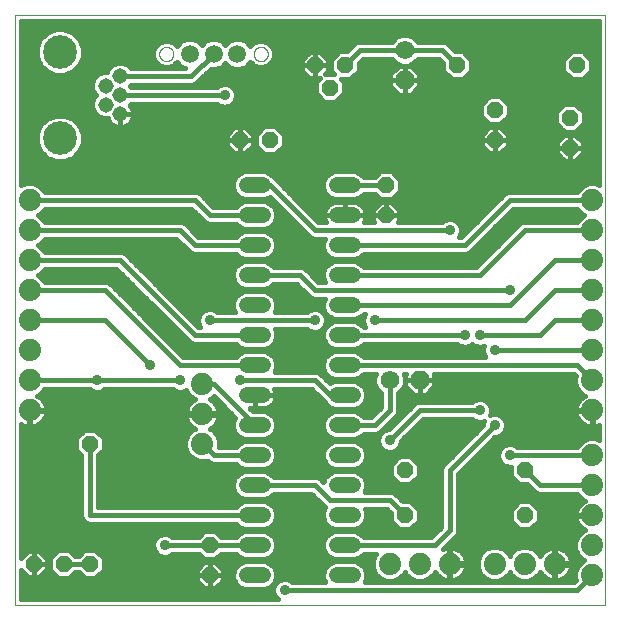
<source format=gbl>
G75*
%MOIN*%
%OFA0B0*%
%FSLAX25Y25*%
%IPPOS*%
%LPD*%
%AMOC8*
5,1,8,0,0,1.08239X$1,22.5*
%
%ADD10C,0.00000*%
%ADD11OC8,0.05200*%
%ADD12C,0.07400*%
%ADD13C,0.05200*%
%ADD14C,0.05937*%
%ADD15C,0.05150*%
%ADD16C,0.11220*%
%ADD17OC8,0.06200*%
%ADD18C,0.06200*%
%ADD19C,0.01600*%
%ADD20C,0.03562*%
D10*
X0001800Y0001800D02*
X0001800Y0198650D01*
X0198650Y0198650D01*
X0198650Y0001800D01*
X0001800Y0001800D01*
X0049940Y0185550D02*
X0049942Y0185647D01*
X0049948Y0185744D01*
X0049958Y0185840D01*
X0049972Y0185936D01*
X0049990Y0186032D01*
X0050011Y0186126D01*
X0050037Y0186220D01*
X0050066Y0186312D01*
X0050100Y0186403D01*
X0050136Y0186493D01*
X0050177Y0186581D01*
X0050221Y0186667D01*
X0050269Y0186752D01*
X0050320Y0186834D01*
X0050374Y0186915D01*
X0050432Y0186993D01*
X0050493Y0187068D01*
X0050556Y0187141D01*
X0050623Y0187212D01*
X0050693Y0187279D01*
X0050765Y0187344D01*
X0050840Y0187405D01*
X0050918Y0187464D01*
X0050997Y0187519D01*
X0051079Y0187571D01*
X0051163Y0187619D01*
X0051249Y0187664D01*
X0051337Y0187706D01*
X0051426Y0187744D01*
X0051517Y0187778D01*
X0051609Y0187808D01*
X0051702Y0187835D01*
X0051797Y0187857D01*
X0051892Y0187876D01*
X0051988Y0187891D01*
X0052084Y0187902D01*
X0052181Y0187909D01*
X0052278Y0187912D01*
X0052375Y0187911D01*
X0052472Y0187906D01*
X0052568Y0187897D01*
X0052664Y0187884D01*
X0052760Y0187867D01*
X0052855Y0187846D01*
X0052948Y0187822D01*
X0053041Y0187793D01*
X0053133Y0187761D01*
X0053223Y0187725D01*
X0053311Y0187686D01*
X0053398Y0187642D01*
X0053483Y0187596D01*
X0053566Y0187545D01*
X0053647Y0187492D01*
X0053725Y0187435D01*
X0053802Y0187375D01*
X0053875Y0187312D01*
X0053946Y0187246D01*
X0054014Y0187177D01*
X0054080Y0187105D01*
X0054142Y0187031D01*
X0054201Y0186954D01*
X0054257Y0186875D01*
X0054310Y0186793D01*
X0054360Y0186710D01*
X0054405Y0186624D01*
X0054448Y0186537D01*
X0054487Y0186448D01*
X0054522Y0186358D01*
X0054553Y0186266D01*
X0054580Y0186173D01*
X0054604Y0186079D01*
X0054624Y0185984D01*
X0054640Y0185888D01*
X0054652Y0185792D01*
X0054660Y0185695D01*
X0054664Y0185598D01*
X0054664Y0185502D01*
X0054660Y0185405D01*
X0054652Y0185308D01*
X0054640Y0185212D01*
X0054624Y0185116D01*
X0054604Y0185021D01*
X0054580Y0184927D01*
X0054553Y0184834D01*
X0054522Y0184742D01*
X0054487Y0184652D01*
X0054448Y0184563D01*
X0054405Y0184476D01*
X0054360Y0184390D01*
X0054310Y0184307D01*
X0054257Y0184225D01*
X0054201Y0184146D01*
X0054142Y0184069D01*
X0054080Y0183995D01*
X0054014Y0183923D01*
X0053946Y0183854D01*
X0053875Y0183788D01*
X0053802Y0183725D01*
X0053725Y0183665D01*
X0053647Y0183608D01*
X0053566Y0183555D01*
X0053483Y0183504D01*
X0053398Y0183458D01*
X0053311Y0183414D01*
X0053223Y0183375D01*
X0053133Y0183339D01*
X0053041Y0183307D01*
X0052948Y0183278D01*
X0052855Y0183254D01*
X0052760Y0183233D01*
X0052664Y0183216D01*
X0052568Y0183203D01*
X0052472Y0183194D01*
X0052375Y0183189D01*
X0052278Y0183188D01*
X0052181Y0183191D01*
X0052084Y0183198D01*
X0051988Y0183209D01*
X0051892Y0183224D01*
X0051797Y0183243D01*
X0051702Y0183265D01*
X0051609Y0183292D01*
X0051517Y0183322D01*
X0051426Y0183356D01*
X0051337Y0183394D01*
X0051249Y0183436D01*
X0051163Y0183481D01*
X0051079Y0183529D01*
X0050997Y0183581D01*
X0050918Y0183636D01*
X0050840Y0183695D01*
X0050765Y0183756D01*
X0050693Y0183821D01*
X0050623Y0183888D01*
X0050556Y0183959D01*
X0050493Y0184032D01*
X0050432Y0184107D01*
X0050374Y0184185D01*
X0050320Y0184266D01*
X0050269Y0184348D01*
X0050221Y0184433D01*
X0050177Y0184519D01*
X0050136Y0184607D01*
X0050100Y0184697D01*
X0050066Y0184788D01*
X0050037Y0184880D01*
X0050011Y0184974D01*
X0049990Y0185068D01*
X0049972Y0185164D01*
X0049958Y0185260D01*
X0049948Y0185356D01*
X0049942Y0185453D01*
X0049940Y0185550D01*
X0081436Y0185550D02*
X0081438Y0185647D01*
X0081444Y0185744D01*
X0081454Y0185840D01*
X0081468Y0185936D01*
X0081486Y0186032D01*
X0081507Y0186126D01*
X0081533Y0186220D01*
X0081562Y0186312D01*
X0081596Y0186403D01*
X0081632Y0186493D01*
X0081673Y0186581D01*
X0081717Y0186667D01*
X0081765Y0186752D01*
X0081816Y0186834D01*
X0081870Y0186915D01*
X0081928Y0186993D01*
X0081989Y0187068D01*
X0082052Y0187141D01*
X0082119Y0187212D01*
X0082189Y0187279D01*
X0082261Y0187344D01*
X0082336Y0187405D01*
X0082414Y0187464D01*
X0082493Y0187519D01*
X0082575Y0187571D01*
X0082659Y0187619D01*
X0082745Y0187664D01*
X0082833Y0187706D01*
X0082922Y0187744D01*
X0083013Y0187778D01*
X0083105Y0187808D01*
X0083198Y0187835D01*
X0083293Y0187857D01*
X0083388Y0187876D01*
X0083484Y0187891D01*
X0083580Y0187902D01*
X0083677Y0187909D01*
X0083774Y0187912D01*
X0083871Y0187911D01*
X0083968Y0187906D01*
X0084064Y0187897D01*
X0084160Y0187884D01*
X0084256Y0187867D01*
X0084351Y0187846D01*
X0084444Y0187822D01*
X0084537Y0187793D01*
X0084629Y0187761D01*
X0084719Y0187725D01*
X0084807Y0187686D01*
X0084894Y0187642D01*
X0084979Y0187596D01*
X0085062Y0187545D01*
X0085143Y0187492D01*
X0085221Y0187435D01*
X0085298Y0187375D01*
X0085371Y0187312D01*
X0085442Y0187246D01*
X0085510Y0187177D01*
X0085576Y0187105D01*
X0085638Y0187031D01*
X0085697Y0186954D01*
X0085753Y0186875D01*
X0085806Y0186793D01*
X0085856Y0186710D01*
X0085901Y0186624D01*
X0085944Y0186537D01*
X0085983Y0186448D01*
X0086018Y0186358D01*
X0086049Y0186266D01*
X0086076Y0186173D01*
X0086100Y0186079D01*
X0086120Y0185984D01*
X0086136Y0185888D01*
X0086148Y0185792D01*
X0086156Y0185695D01*
X0086160Y0185598D01*
X0086160Y0185502D01*
X0086156Y0185405D01*
X0086148Y0185308D01*
X0086136Y0185212D01*
X0086120Y0185116D01*
X0086100Y0185021D01*
X0086076Y0184927D01*
X0086049Y0184834D01*
X0086018Y0184742D01*
X0085983Y0184652D01*
X0085944Y0184563D01*
X0085901Y0184476D01*
X0085856Y0184390D01*
X0085806Y0184307D01*
X0085753Y0184225D01*
X0085697Y0184146D01*
X0085638Y0184069D01*
X0085576Y0183995D01*
X0085510Y0183923D01*
X0085442Y0183854D01*
X0085371Y0183788D01*
X0085298Y0183725D01*
X0085221Y0183665D01*
X0085143Y0183608D01*
X0085062Y0183555D01*
X0084979Y0183504D01*
X0084894Y0183458D01*
X0084807Y0183414D01*
X0084719Y0183375D01*
X0084629Y0183339D01*
X0084537Y0183307D01*
X0084444Y0183278D01*
X0084351Y0183254D01*
X0084256Y0183233D01*
X0084160Y0183216D01*
X0084064Y0183203D01*
X0083968Y0183194D01*
X0083871Y0183189D01*
X0083774Y0183188D01*
X0083677Y0183191D01*
X0083580Y0183198D01*
X0083484Y0183209D01*
X0083388Y0183224D01*
X0083293Y0183243D01*
X0083198Y0183265D01*
X0083105Y0183292D01*
X0083013Y0183322D01*
X0082922Y0183356D01*
X0082833Y0183394D01*
X0082745Y0183436D01*
X0082659Y0183481D01*
X0082575Y0183529D01*
X0082493Y0183581D01*
X0082414Y0183636D01*
X0082336Y0183695D01*
X0082261Y0183756D01*
X0082189Y0183821D01*
X0082119Y0183888D01*
X0082052Y0183959D01*
X0081989Y0184032D01*
X0081928Y0184107D01*
X0081870Y0184185D01*
X0081816Y0184266D01*
X0081765Y0184348D01*
X0081717Y0184433D01*
X0081673Y0184519D01*
X0081632Y0184607D01*
X0081596Y0184697D01*
X0081562Y0184788D01*
X0081533Y0184880D01*
X0081507Y0184974D01*
X0081486Y0185068D01*
X0081468Y0185164D01*
X0081454Y0185260D01*
X0081444Y0185356D01*
X0081438Y0185453D01*
X0081436Y0185550D01*
D11*
X0101800Y0181800D03*
X0106800Y0174300D03*
X0111800Y0181800D03*
X0086800Y0156800D03*
X0076800Y0156800D03*
X0125550Y0141800D03*
X0125550Y0131800D03*
X0161800Y0156800D03*
X0161800Y0166800D03*
X0149300Y0181800D03*
X0186800Y0164300D03*
X0186800Y0154300D03*
X0189300Y0181800D03*
X0171800Y0046800D03*
X0171800Y0031800D03*
X0131800Y0031800D03*
X0131800Y0046800D03*
X0066800Y0021800D03*
X0066800Y0011800D03*
X0026800Y0015550D03*
X0018050Y0015550D03*
X0008050Y0015550D03*
X0026800Y0055550D03*
D12*
X0006800Y0066800D03*
X0006800Y0076800D03*
X0006800Y0086800D03*
X0006800Y0096800D03*
X0006800Y0106800D03*
X0006800Y0116800D03*
X0006800Y0126800D03*
X0006800Y0136800D03*
X0064300Y0075550D03*
X0064300Y0065550D03*
X0064300Y0055550D03*
X0126800Y0015550D03*
X0136800Y0015550D03*
X0146800Y0015550D03*
X0161800Y0015550D03*
X0171800Y0015550D03*
X0181800Y0015550D03*
X0194300Y0011800D03*
X0194300Y0021800D03*
X0194300Y0031800D03*
X0194300Y0041800D03*
X0194300Y0051800D03*
X0194300Y0066800D03*
X0194300Y0076800D03*
X0194300Y0086800D03*
X0194300Y0096800D03*
X0194300Y0106800D03*
X0194300Y0116800D03*
X0194300Y0126800D03*
X0194300Y0136800D03*
D13*
X0114400Y0131800D02*
X0109200Y0131800D01*
X0109200Y0121800D02*
X0114400Y0121800D01*
X0114400Y0111800D02*
X0109200Y0111800D01*
X0109200Y0101800D02*
X0114400Y0101800D01*
X0114400Y0091800D02*
X0109200Y0091800D01*
X0109200Y0081800D02*
X0114400Y0081800D01*
X0114400Y0071800D02*
X0109200Y0071800D01*
X0109200Y0061800D02*
X0114400Y0061800D01*
X0114400Y0051800D02*
X0109200Y0051800D01*
X0109200Y0041800D02*
X0114400Y0041800D01*
X0114400Y0031800D02*
X0109200Y0031800D01*
X0109200Y0021800D02*
X0114400Y0021800D01*
X0114400Y0011800D02*
X0109200Y0011800D01*
X0084400Y0011800D02*
X0079200Y0011800D01*
X0079200Y0021800D02*
X0084400Y0021800D01*
X0084400Y0031800D02*
X0079200Y0031800D01*
X0079200Y0041800D02*
X0084400Y0041800D01*
X0084400Y0051800D02*
X0079200Y0051800D01*
X0079200Y0061800D02*
X0084400Y0061800D01*
X0084400Y0071800D02*
X0079200Y0071800D01*
X0079200Y0081800D02*
X0084400Y0081800D01*
X0084400Y0091800D02*
X0079200Y0091800D01*
X0079200Y0101800D02*
X0084400Y0101800D01*
X0084400Y0111800D02*
X0079200Y0111800D01*
X0079200Y0121800D02*
X0084400Y0121800D01*
X0084400Y0131800D02*
X0079200Y0131800D01*
X0079200Y0141800D02*
X0084400Y0141800D01*
X0109200Y0141800D02*
X0114400Y0141800D01*
D14*
X0075924Y0185550D03*
X0068050Y0185550D03*
X0060176Y0185550D03*
D15*
X0036879Y0178099D03*
X0032154Y0174950D03*
X0036879Y0171800D03*
X0032154Y0168650D03*
X0036879Y0165501D03*
D16*
X0016800Y0157430D03*
X0016800Y0186170D03*
D17*
X0131800Y0176800D03*
X0136800Y0076800D03*
D18*
X0126800Y0076800D03*
X0131800Y0186800D03*
D19*
X0144300Y0186800D01*
X0149300Y0181800D01*
X0153900Y0182432D02*
X0184700Y0182432D01*
X0184700Y0183705D02*
X0184700Y0179895D01*
X0187395Y0177200D01*
X0191205Y0177200D01*
X0193900Y0179895D01*
X0193900Y0183705D01*
X0191205Y0186400D01*
X0187395Y0186400D01*
X0184700Y0183705D01*
X0185025Y0184030D02*
X0153575Y0184030D01*
X0153900Y0183705D02*
X0151205Y0186400D01*
X0148660Y0186400D01*
X0145886Y0189174D01*
X0144857Y0189600D01*
X0136160Y0189600D01*
X0136124Y0189689D01*
X0134689Y0191124D01*
X0132814Y0191900D01*
X0130786Y0191900D01*
X0128911Y0191124D01*
X0127476Y0189689D01*
X0127440Y0189600D01*
X0116243Y0189600D01*
X0115214Y0189174D01*
X0114426Y0188386D01*
X0112440Y0186400D01*
X0109895Y0186400D01*
X0107200Y0183705D01*
X0107200Y0179895D01*
X0108195Y0178900D01*
X0105123Y0178900D01*
X0106200Y0179977D01*
X0106200Y0181800D01*
X0106200Y0183623D01*
X0103623Y0186200D01*
X0101800Y0186200D01*
X0101800Y0181800D01*
X0101800Y0181800D01*
X0106200Y0181800D01*
X0101800Y0181800D01*
X0101800Y0181800D01*
X0101800Y0177400D01*
X0103395Y0177400D01*
X0102200Y0176205D01*
X0102200Y0172395D01*
X0104895Y0169700D01*
X0108705Y0169700D01*
X0111400Y0172395D01*
X0111400Y0176205D01*
X0110405Y0177200D01*
X0113705Y0177200D01*
X0116400Y0179895D01*
X0116400Y0182440D01*
X0117960Y0184000D01*
X0127440Y0184000D01*
X0127476Y0183911D01*
X0128911Y0182476D01*
X0130786Y0181700D01*
X0132814Y0181700D01*
X0134689Y0182476D01*
X0136124Y0183911D01*
X0136160Y0184000D01*
X0143140Y0184000D01*
X0144700Y0182440D01*
X0144700Y0179895D01*
X0147395Y0177200D01*
X0151205Y0177200D01*
X0153900Y0179895D01*
X0153900Y0183705D01*
X0151977Y0185629D02*
X0186623Y0185629D01*
X0184700Y0180833D02*
X0153900Y0180833D01*
X0153240Y0179235D02*
X0185360Y0179235D01*
X0186958Y0177636D02*
X0151642Y0177636D01*
X0146958Y0177636D02*
X0136700Y0177636D01*
X0136700Y0176800D02*
X0136700Y0178830D01*
X0133830Y0181700D01*
X0131800Y0181700D01*
X0131800Y0176800D01*
X0131800Y0176800D01*
X0136700Y0176800D01*
X0131800Y0176800D01*
X0131800Y0176800D01*
X0131800Y0176800D01*
X0126900Y0176800D01*
X0126900Y0178830D01*
X0129770Y0181700D01*
X0131800Y0181700D01*
X0131800Y0176800D01*
X0131800Y0171900D01*
X0133830Y0171900D01*
X0136700Y0174770D01*
X0136700Y0176800D01*
X0136700Y0176038D02*
X0196650Y0176038D01*
X0196650Y0177636D02*
X0191642Y0177636D01*
X0193240Y0179235D02*
X0196650Y0179235D01*
X0196650Y0180833D02*
X0193900Y0180833D01*
X0193900Y0182432D02*
X0196650Y0182432D01*
X0196650Y0184030D02*
X0193575Y0184030D01*
X0191977Y0185629D02*
X0196650Y0185629D01*
X0196650Y0187227D02*
X0147832Y0187227D01*
X0146234Y0188826D02*
X0196650Y0188826D01*
X0196650Y0190424D02*
X0135388Y0190424D01*
X0131800Y0186800D02*
X0116800Y0186800D01*
X0111800Y0181800D01*
X0116400Y0182432D02*
X0129019Y0182432D01*
X0128904Y0180833D02*
X0116400Y0180833D01*
X0115740Y0179235D02*
X0127305Y0179235D01*
X0126900Y0177636D02*
X0114142Y0177636D01*
X0111400Y0176038D02*
X0126900Y0176038D01*
X0126900Y0176800D02*
X0126900Y0174770D01*
X0129770Y0171900D01*
X0131800Y0171900D01*
X0131800Y0176800D01*
X0131800Y0176800D01*
X0126900Y0176800D01*
X0127231Y0174439D02*
X0111400Y0174439D01*
X0111400Y0172841D02*
X0128830Y0172841D01*
X0131800Y0172841D02*
X0131800Y0172841D01*
X0131800Y0174439D02*
X0131800Y0174439D01*
X0131800Y0176038D02*
X0131800Y0176038D01*
X0131800Y0177636D02*
X0131800Y0177636D01*
X0131800Y0179235D02*
X0131800Y0179235D01*
X0131800Y0180833D02*
X0131800Y0180833D01*
X0134696Y0180833D02*
X0144700Y0180833D01*
X0144700Y0182432D02*
X0134581Y0182432D01*
X0136295Y0179235D02*
X0145360Y0179235D01*
X0136369Y0174439D02*
X0196650Y0174439D01*
X0196650Y0172841D02*
X0134770Y0172841D01*
X0128212Y0190424D02*
X0077140Y0190424D01*
X0076912Y0190518D02*
X0074936Y0190518D01*
X0073110Y0189762D01*
X0071987Y0188639D01*
X0070864Y0189762D01*
X0069038Y0190518D01*
X0067062Y0190518D01*
X0065236Y0189762D01*
X0064113Y0188639D01*
X0062990Y0189762D01*
X0061164Y0190518D01*
X0059188Y0190518D01*
X0057362Y0189762D01*
X0055964Y0188364D01*
X0055874Y0188147D01*
X0054773Y0189248D01*
X0053170Y0189912D01*
X0051434Y0189912D01*
X0049831Y0189248D01*
X0048604Y0188021D01*
X0047940Y0186418D01*
X0047940Y0184682D01*
X0048604Y0183079D01*
X0049831Y0181852D01*
X0051434Y0181188D01*
X0053170Y0181188D01*
X0054773Y0181852D01*
X0055874Y0182953D01*
X0055964Y0182736D01*
X0057362Y0181338D01*
X0058421Y0180899D01*
X0040548Y0180899D01*
X0039470Y0181978D01*
X0037789Y0182674D01*
X0035969Y0182674D01*
X0034287Y0181978D01*
X0033000Y0180691D01*
X0032517Y0179524D01*
X0031244Y0179524D01*
X0029563Y0178828D01*
X0028276Y0177541D01*
X0027580Y0175860D01*
X0027580Y0174040D01*
X0028276Y0172358D01*
X0028834Y0171800D01*
X0028276Y0171242D01*
X0027580Y0169560D01*
X0027580Y0167740D01*
X0028276Y0166059D01*
X0029563Y0164772D01*
X0031244Y0164076D01*
X0032742Y0164076D01*
X0032824Y0163821D01*
X0033137Y0163208D01*
X0033542Y0162651D01*
X0034029Y0162164D01*
X0034586Y0161759D01*
X0035199Y0161446D01*
X0035854Y0161234D01*
X0036534Y0161126D01*
X0036879Y0161126D01*
X0037223Y0161126D01*
X0037903Y0161234D01*
X0038558Y0161446D01*
X0039172Y0161759D01*
X0039729Y0162164D01*
X0040216Y0162651D01*
X0040620Y0163208D01*
X0040933Y0163821D01*
X0041146Y0164476D01*
X0041254Y0165156D01*
X0041254Y0165501D01*
X0041254Y0165845D01*
X0041146Y0166525D01*
X0040933Y0167180D01*
X0040620Y0167794D01*
X0040216Y0168351D01*
X0040057Y0168509D01*
X0040548Y0169000D01*
X0069253Y0169000D01*
X0069658Y0168595D01*
X0071048Y0168019D01*
X0072552Y0168019D01*
X0073942Y0168595D01*
X0075005Y0169658D01*
X0075581Y0171048D01*
X0075581Y0172552D01*
X0075005Y0173942D01*
X0073942Y0175005D01*
X0072552Y0175581D01*
X0071048Y0175581D01*
X0069658Y0175005D01*
X0069253Y0174600D01*
X0040548Y0174600D01*
X0040199Y0174950D01*
X0040548Y0175299D01*
X0061156Y0175299D01*
X0062185Y0175725D01*
X0067047Y0180587D01*
X0067062Y0180581D01*
X0069038Y0180581D01*
X0070864Y0181338D01*
X0071987Y0182460D01*
X0073110Y0181338D01*
X0074936Y0180581D01*
X0076912Y0180581D01*
X0078738Y0181338D01*
X0080136Y0182736D01*
X0080226Y0182953D01*
X0081327Y0181852D01*
X0082930Y0181188D01*
X0084666Y0181188D01*
X0086269Y0181852D01*
X0087496Y0183079D01*
X0088160Y0184682D01*
X0088160Y0186418D01*
X0087496Y0188021D01*
X0086269Y0189248D01*
X0084666Y0189912D01*
X0082930Y0189912D01*
X0081327Y0189248D01*
X0080226Y0188147D01*
X0080136Y0188364D01*
X0078738Y0189762D01*
X0076912Y0190518D01*
X0074708Y0190424D02*
X0069266Y0190424D01*
X0066834Y0190424D02*
X0061392Y0190424D01*
X0058960Y0190424D02*
X0023275Y0190424D01*
X0023252Y0190481D02*
X0021111Y0192622D01*
X0018314Y0193780D01*
X0015286Y0193780D01*
X0012489Y0192622D01*
X0010348Y0190481D01*
X0009190Y0187684D01*
X0009190Y0184656D01*
X0010348Y0181859D01*
X0012489Y0179718D01*
X0015286Y0178560D01*
X0018314Y0178560D01*
X0021111Y0179718D01*
X0023252Y0181859D01*
X0024410Y0184656D01*
X0024410Y0187684D01*
X0023252Y0190481D01*
X0023937Y0188826D02*
X0049409Y0188826D01*
X0048275Y0187227D02*
X0024410Y0187227D01*
X0024410Y0185629D02*
X0047940Y0185629D01*
X0048210Y0184030D02*
X0024151Y0184030D01*
X0023489Y0182432D02*
X0035384Y0182432D01*
X0033143Y0180833D02*
X0022226Y0180833D01*
X0019943Y0179235D02*
X0030545Y0179235D01*
X0028371Y0177636D02*
X0003800Y0177636D01*
X0003800Y0176038D02*
X0027653Y0176038D01*
X0027580Y0174439D02*
X0003800Y0174439D01*
X0003800Y0172841D02*
X0028076Y0172841D01*
X0028276Y0171242D02*
X0003800Y0171242D01*
X0003800Y0169644D02*
X0027614Y0169644D01*
X0027580Y0168045D02*
X0003800Y0168045D01*
X0003800Y0166447D02*
X0028115Y0166447D01*
X0029487Y0164848D02*
X0018777Y0164848D01*
X0018314Y0165040D02*
X0015286Y0165040D01*
X0012489Y0163882D01*
X0010348Y0161741D01*
X0009190Y0158944D01*
X0009190Y0155916D01*
X0010348Y0153119D01*
X0012489Y0150978D01*
X0015286Y0149820D01*
X0018314Y0149820D01*
X0021111Y0150978D01*
X0023252Y0153119D01*
X0024410Y0155916D01*
X0024410Y0158944D01*
X0023252Y0161741D01*
X0021111Y0163882D01*
X0018314Y0165040D01*
X0021743Y0163250D02*
X0033116Y0163250D01*
X0034798Y0161651D02*
X0023289Y0161651D01*
X0023951Y0160053D02*
X0073830Y0160053D01*
X0074977Y0161200D02*
X0072400Y0158623D01*
X0072400Y0156800D01*
X0076800Y0156800D01*
X0081200Y0156800D01*
X0081200Y0158623D01*
X0078623Y0161200D01*
X0076800Y0161200D01*
X0076800Y0156800D01*
X0076800Y0156800D01*
X0076800Y0156800D01*
X0081200Y0156800D01*
X0081200Y0154977D01*
X0078623Y0152400D01*
X0076800Y0152400D01*
X0076800Y0156800D01*
X0076800Y0156800D01*
X0076800Y0156800D01*
X0076800Y0161200D01*
X0074977Y0161200D01*
X0076800Y0160053D02*
X0076800Y0160053D01*
X0076800Y0158454D02*
X0076800Y0158454D01*
X0076800Y0156856D02*
X0076800Y0156856D01*
X0076800Y0156800D02*
X0072400Y0156800D01*
X0072400Y0154977D01*
X0074977Y0152400D01*
X0076800Y0152400D01*
X0076800Y0156800D01*
X0076800Y0155257D02*
X0076800Y0155257D01*
X0076800Y0153659D02*
X0076800Y0153659D01*
X0079881Y0153659D02*
X0083436Y0153659D01*
X0082200Y0154895D02*
X0084895Y0152200D01*
X0088705Y0152200D01*
X0091400Y0154895D01*
X0091400Y0158705D01*
X0088705Y0161400D01*
X0084895Y0161400D01*
X0082200Y0158705D01*
X0082200Y0154895D01*
X0082200Y0155257D02*
X0081200Y0155257D01*
X0081200Y0156856D02*
X0082200Y0156856D01*
X0082200Y0158454D02*
X0081200Y0158454D01*
X0079770Y0160053D02*
X0083547Y0160053D01*
X0090053Y0160053D02*
X0158830Y0160053D01*
X0159977Y0161200D02*
X0157400Y0158623D01*
X0157400Y0156800D01*
X0161800Y0156800D01*
X0161800Y0156800D01*
X0161800Y0161200D01*
X0163623Y0161200D01*
X0166200Y0158623D01*
X0166200Y0156800D01*
X0161800Y0156800D01*
X0161800Y0156800D01*
X0161800Y0156800D01*
X0161800Y0161200D01*
X0159977Y0161200D01*
X0159895Y0162200D02*
X0163705Y0162200D01*
X0166400Y0164895D01*
X0166400Y0168705D01*
X0163705Y0171400D01*
X0159895Y0171400D01*
X0157200Y0168705D01*
X0157200Y0164895D01*
X0159895Y0162200D01*
X0158845Y0163250D02*
X0040642Y0163250D01*
X0041205Y0164848D02*
X0157246Y0164848D01*
X0157200Y0166447D02*
X0041158Y0166447D01*
X0041254Y0165501D02*
X0036879Y0165501D01*
X0036879Y0165501D01*
X0041254Y0165501D01*
X0040438Y0168045D02*
X0070984Y0168045D01*
X0072616Y0168045D02*
X0157200Y0168045D01*
X0158138Y0169644D02*
X0074991Y0169644D01*
X0075581Y0171242D02*
X0103352Y0171242D01*
X0102200Y0172841D02*
X0075462Y0172841D01*
X0074508Y0174439D02*
X0102200Y0174439D01*
X0102200Y0176038D02*
X0062498Y0176038D01*
X0064096Y0177636D02*
X0099741Y0177636D01*
X0099977Y0177400D02*
X0101800Y0177400D01*
X0101800Y0181800D01*
X0101800Y0181800D01*
X0101800Y0181800D01*
X0097400Y0181800D01*
X0097400Y0183623D01*
X0099977Y0186200D01*
X0101800Y0186200D01*
X0101800Y0181800D01*
X0097400Y0181800D01*
X0097400Y0179977D01*
X0099977Y0177400D01*
X0101800Y0177636D02*
X0101800Y0177636D01*
X0101800Y0179235D02*
X0101800Y0179235D01*
X0101800Y0180833D02*
X0101800Y0180833D01*
X0101800Y0182432D02*
X0101800Y0182432D01*
X0101800Y0184030D02*
X0101800Y0184030D01*
X0101800Y0185629D02*
X0101800Y0185629D01*
X0104194Y0185629D02*
X0109123Y0185629D01*
X0107525Y0184030D02*
X0105792Y0184030D01*
X0106200Y0182432D02*
X0107200Y0182432D01*
X0107200Y0180833D02*
X0106200Y0180833D01*
X0105457Y0179235D02*
X0107860Y0179235D01*
X0110248Y0171242D02*
X0159737Y0171242D01*
X0163863Y0171242D02*
X0196650Y0171242D01*
X0196650Y0169644D02*
X0165462Y0169644D01*
X0166400Y0168045D02*
X0184040Y0168045D01*
X0184895Y0168900D02*
X0182200Y0166205D01*
X0182200Y0162395D01*
X0184895Y0159700D01*
X0188705Y0159700D01*
X0191400Y0162395D01*
X0191400Y0166205D01*
X0188705Y0168900D01*
X0184895Y0168900D01*
X0182441Y0166447D02*
X0166400Y0166447D01*
X0166354Y0164848D02*
X0182200Y0164848D01*
X0182200Y0163250D02*
X0164755Y0163250D01*
X0164770Y0160053D02*
X0184542Y0160053D01*
X0184977Y0158700D02*
X0182400Y0156123D01*
X0182400Y0154300D01*
X0186800Y0154300D01*
X0186800Y0154300D01*
X0186800Y0158700D01*
X0188623Y0158700D01*
X0191200Y0156123D01*
X0191200Y0154300D01*
X0186800Y0154300D01*
X0186800Y0154300D01*
X0186800Y0154300D01*
X0186800Y0158700D01*
X0184977Y0158700D01*
X0184732Y0158454D02*
X0166200Y0158454D01*
X0166200Y0156856D02*
X0183133Y0156856D01*
X0182400Y0155257D02*
X0166200Y0155257D01*
X0166200Y0154977D02*
X0166200Y0156800D01*
X0161800Y0156800D01*
X0161800Y0152400D01*
X0163623Y0152400D01*
X0166200Y0154977D01*
X0164881Y0153659D02*
X0182400Y0153659D01*
X0182400Y0154300D02*
X0182400Y0152477D01*
X0184977Y0149900D01*
X0186800Y0149900D01*
X0188623Y0149900D01*
X0191200Y0152477D01*
X0191200Y0154300D01*
X0186800Y0154300D01*
X0186800Y0149900D01*
X0186800Y0154300D01*
X0186800Y0154300D01*
X0182400Y0154300D01*
X0182817Y0152060D02*
X0022193Y0152060D01*
X0023475Y0153659D02*
X0073719Y0153659D01*
X0072400Y0155257D02*
X0024137Y0155257D01*
X0024410Y0156856D02*
X0072400Y0156856D01*
X0072400Y0158454D02*
X0024410Y0158454D01*
X0019863Y0150462D02*
X0184416Y0150462D01*
X0186800Y0150462D02*
X0186800Y0150462D01*
X0186800Y0152060D02*
X0186800Y0152060D01*
X0186800Y0153659D02*
X0186800Y0153659D01*
X0186800Y0155257D02*
X0186800Y0155257D01*
X0186800Y0156856D02*
X0186800Y0156856D01*
X0186800Y0158454D02*
X0186800Y0158454D01*
X0188868Y0158454D02*
X0196650Y0158454D01*
X0196650Y0156856D02*
X0190467Y0156856D01*
X0191200Y0155257D02*
X0196650Y0155257D01*
X0196650Y0153659D02*
X0191200Y0153659D01*
X0190783Y0152060D02*
X0196650Y0152060D01*
X0196650Y0150462D02*
X0189184Y0150462D01*
X0196650Y0148863D02*
X0003800Y0148863D01*
X0003800Y0147265D02*
X0196650Y0147265D01*
X0196650Y0145666D02*
X0128189Y0145666D01*
X0127455Y0146400D02*
X0123645Y0146400D01*
X0121845Y0144600D01*
X0118105Y0144600D01*
X0117006Y0145700D01*
X0115315Y0146400D01*
X0108285Y0146400D01*
X0106594Y0145700D01*
X0105300Y0144406D01*
X0104600Y0142715D01*
X0104600Y0140885D01*
X0105300Y0139194D01*
X0106594Y0137900D01*
X0108285Y0137200D01*
X0115315Y0137200D01*
X0117006Y0137900D01*
X0118105Y0139000D01*
X0121845Y0139000D01*
X0123645Y0137200D01*
X0127455Y0137200D01*
X0130150Y0139895D01*
X0130150Y0143705D01*
X0127455Y0146400D01*
X0129788Y0144068D02*
X0196650Y0144068D01*
X0196650Y0142469D02*
X0195509Y0142469D01*
X0195434Y0142500D02*
X0193166Y0142500D01*
X0191071Y0141632D01*
X0189468Y0140029D01*
X0189290Y0139600D01*
X0166243Y0139600D01*
X0165214Y0139174D01*
X0164426Y0138386D01*
X0150640Y0124600D01*
X0149947Y0124600D01*
X0150005Y0124658D01*
X0150581Y0126048D01*
X0150581Y0127552D01*
X0150005Y0128942D01*
X0148942Y0130005D01*
X0147552Y0130581D01*
X0146048Y0130581D01*
X0144658Y0130005D01*
X0144253Y0129600D01*
X0129573Y0129600D01*
X0129950Y0129977D01*
X0129950Y0131800D01*
X0129950Y0133623D01*
X0127373Y0136200D01*
X0125550Y0136200D01*
X0125550Y0131800D01*
X0125550Y0131800D01*
X0129950Y0131800D01*
X0125550Y0131800D01*
X0125550Y0131800D01*
X0125550Y0131800D01*
X0121150Y0131800D01*
X0121150Y0133623D01*
X0123727Y0136200D01*
X0125550Y0136200D01*
X0125550Y0131800D01*
X0121150Y0131800D01*
X0121150Y0129977D01*
X0121527Y0129600D01*
X0118217Y0129600D01*
X0118478Y0130111D01*
X0118692Y0130770D01*
X0118800Y0131454D01*
X0118800Y0131800D01*
X0118800Y0132146D01*
X0118692Y0132830D01*
X0118478Y0133489D01*
X0118163Y0134106D01*
X0117756Y0134666D01*
X0117266Y0135156D01*
X0116706Y0135563D01*
X0116089Y0135878D01*
X0115430Y0136092D01*
X0114746Y0136200D01*
X0111800Y0136200D01*
X0111800Y0131800D01*
X0111800Y0131800D01*
X0118800Y0131800D01*
X0111800Y0131800D01*
X0111800Y0131800D01*
X0111800Y0131800D01*
X0104800Y0131800D01*
X0104800Y0132146D01*
X0104908Y0132830D01*
X0105122Y0133489D01*
X0105437Y0134106D01*
X0105844Y0134666D01*
X0106334Y0135156D01*
X0106894Y0135563D01*
X0107511Y0135878D01*
X0108170Y0136092D01*
X0108854Y0136200D01*
X0111800Y0136200D01*
X0111800Y0131800D01*
X0104800Y0131800D01*
X0104800Y0131454D01*
X0104908Y0130770D01*
X0105122Y0130111D01*
X0105383Y0129600D01*
X0102960Y0129600D01*
X0088403Y0144157D01*
X0088300Y0144406D01*
X0087006Y0145700D01*
X0085315Y0146400D01*
X0078285Y0146400D01*
X0076594Y0145700D01*
X0075300Y0144406D01*
X0074600Y0142715D01*
X0074600Y0140885D01*
X0075300Y0139194D01*
X0076594Y0137900D01*
X0078285Y0137200D01*
X0085315Y0137200D01*
X0086818Y0137822D01*
X0099426Y0125214D01*
X0100214Y0124426D01*
X0101243Y0124000D01*
X0105132Y0124000D01*
X0104600Y0122715D01*
X0104600Y0120885D01*
X0105300Y0119194D01*
X0106594Y0117900D01*
X0108285Y0117200D01*
X0115315Y0117200D01*
X0117006Y0117900D01*
X0118105Y0119000D01*
X0152357Y0119000D01*
X0153386Y0119426D01*
X0167960Y0134000D01*
X0189290Y0134000D01*
X0189468Y0133571D01*
X0191071Y0131968D01*
X0191476Y0131800D01*
X0191071Y0131632D01*
X0189468Y0130029D01*
X0189290Y0129600D01*
X0171243Y0129600D01*
X0170214Y0129174D01*
X0169426Y0128386D01*
X0155640Y0114600D01*
X0118105Y0114600D01*
X0117006Y0115700D01*
X0115315Y0116400D01*
X0108285Y0116400D01*
X0106594Y0115700D01*
X0105300Y0114406D01*
X0104600Y0112715D01*
X0104600Y0110885D01*
X0105132Y0109600D01*
X0102960Y0109600D01*
X0098386Y0114174D01*
X0097357Y0114600D01*
X0088105Y0114600D01*
X0087006Y0115700D01*
X0085315Y0116400D01*
X0078285Y0116400D01*
X0076594Y0115700D01*
X0075300Y0114406D01*
X0074600Y0112715D01*
X0074600Y0110885D01*
X0075300Y0109194D01*
X0076594Y0107900D01*
X0078285Y0107200D01*
X0085315Y0107200D01*
X0087006Y0107900D01*
X0088105Y0109000D01*
X0095640Y0109000D01*
X0099426Y0105214D01*
X0100214Y0104426D01*
X0101243Y0104000D01*
X0105132Y0104000D01*
X0104600Y0102715D01*
X0104600Y0100885D01*
X0105300Y0099194D01*
X0106594Y0097900D01*
X0108285Y0097200D01*
X0115315Y0097200D01*
X0117006Y0097900D01*
X0118105Y0099000D01*
X0118653Y0099000D01*
X0118595Y0098942D01*
X0118019Y0097552D01*
X0118019Y0096048D01*
X0118595Y0094658D01*
X0118653Y0094600D01*
X0118105Y0094600D01*
X0117006Y0095700D01*
X0115315Y0096400D01*
X0108285Y0096400D01*
X0106594Y0095700D01*
X0105300Y0094406D01*
X0104600Y0092715D01*
X0104600Y0090885D01*
X0105300Y0089194D01*
X0106594Y0087900D01*
X0108285Y0087200D01*
X0115315Y0087200D01*
X0117006Y0087900D01*
X0118105Y0089000D01*
X0149253Y0089000D01*
X0149658Y0088595D01*
X0151048Y0088019D01*
X0152552Y0088019D01*
X0153942Y0088595D01*
X0154300Y0088953D01*
X0154658Y0088595D01*
X0156048Y0088019D01*
X0157552Y0088019D01*
X0158349Y0088349D01*
X0158019Y0087552D01*
X0158019Y0086048D01*
X0158595Y0084658D01*
X0158653Y0084600D01*
X0118105Y0084600D01*
X0117006Y0085700D01*
X0115315Y0086400D01*
X0108285Y0086400D01*
X0106594Y0085700D01*
X0105300Y0084406D01*
X0104600Y0082715D01*
X0104600Y0080885D01*
X0105300Y0079194D01*
X0106594Y0077900D01*
X0108285Y0077200D01*
X0115315Y0077200D01*
X0117006Y0077900D01*
X0118105Y0079000D01*
X0122191Y0079000D01*
X0121700Y0077814D01*
X0121700Y0075786D01*
X0122476Y0073911D01*
X0123911Y0072476D01*
X0124000Y0072440D01*
X0124000Y0067960D01*
X0120640Y0064600D01*
X0118105Y0064600D01*
X0117006Y0065700D01*
X0115315Y0066400D01*
X0108285Y0066400D01*
X0106594Y0065700D01*
X0105300Y0064406D01*
X0104600Y0062715D01*
X0104600Y0060885D01*
X0105300Y0059194D01*
X0106594Y0057900D01*
X0108285Y0057200D01*
X0115315Y0057200D01*
X0117006Y0057900D01*
X0118105Y0059000D01*
X0122357Y0059000D01*
X0123386Y0059426D01*
X0128386Y0064426D01*
X0129174Y0065214D01*
X0129600Y0066243D01*
X0129600Y0072440D01*
X0129689Y0072476D01*
X0131124Y0073911D01*
X0131900Y0075786D01*
X0131900Y0077814D01*
X0131409Y0079000D01*
X0132070Y0079000D01*
X0131900Y0078830D01*
X0131900Y0076800D01*
X0136800Y0076800D01*
X0141700Y0076800D01*
X0141700Y0078830D01*
X0141530Y0079000D01*
X0188140Y0079000D01*
X0188778Y0078363D01*
X0188600Y0077934D01*
X0188600Y0075666D01*
X0189468Y0073571D01*
X0191071Y0071968D01*
X0191764Y0071681D01*
X0191417Y0071504D01*
X0190717Y0070995D01*
X0190105Y0070383D01*
X0189596Y0069683D01*
X0189203Y0068911D01*
X0188935Y0068088D01*
X0188800Y0067233D01*
X0188800Y0067000D01*
X0194100Y0067000D01*
X0194100Y0066600D01*
X0194500Y0066600D01*
X0194500Y0061300D01*
X0194733Y0061300D01*
X0195588Y0061435D01*
X0196411Y0061703D01*
X0196650Y0061825D01*
X0196650Y0056996D01*
X0195434Y0057500D01*
X0193166Y0057500D01*
X0191071Y0056632D01*
X0189468Y0055029D01*
X0189290Y0054600D01*
X0169347Y0054600D01*
X0168942Y0055005D01*
X0167552Y0055581D01*
X0166048Y0055581D01*
X0164658Y0055005D01*
X0163595Y0053942D01*
X0163019Y0052552D01*
X0163019Y0051048D01*
X0163595Y0049658D01*
X0164658Y0048595D01*
X0166048Y0048019D01*
X0167200Y0048019D01*
X0167200Y0044895D01*
X0169895Y0042200D01*
X0172440Y0042200D01*
X0175214Y0039426D01*
X0176243Y0039000D01*
X0189290Y0039000D01*
X0189468Y0038571D01*
X0191071Y0036968D01*
X0191764Y0036681D01*
X0191417Y0036504D01*
X0190717Y0035995D01*
X0190105Y0035383D01*
X0189596Y0034683D01*
X0189203Y0033911D01*
X0188935Y0033088D01*
X0188800Y0032233D01*
X0188800Y0032000D01*
X0194100Y0032000D01*
X0194100Y0031600D01*
X0188800Y0031600D01*
X0188800Y0031367D01*
X0188935Y0030512D01*
X0189203Y0029689D01*
X0189596Y0028917D01*
X0190105Y0028217D01*
X0190717Y0027605D01*
X0191417Y0027096D01*
X0191764Y0026919D01*
X0191071Y0026632D01*
X0189468Y0025029D01*
X0188600Y0022934D01*
X0188600Y0020666D01*
X0189468Y0018571D01*
X0191071Y0016968D01*
X0191476Y0016800D01*
X0191071Y0016632D01*
X0189468Y0015029D01*
X0188600Y0012934D01*
X0188600Y0010666D01*
X0188778Y0010237D01*
X0188140Y0009600D01*
X0118468Y0009600D01*
X0119000Y0010885D01*
X0119000Y0012715D01*
X0118300Y0014406D01*
X0117006Y0015700D01*
X0115315Y0016400D01*
X0108285Y0016400D01*
X0106594Y0015700D01*
X0105300Y0014406D01*
X0104600Y0012715D01*
X0104600Y0010885D01*
X0105132Y0009600D01*
X0094347Y0009600D01*
X0093942Y0010005D01*
X0092552Y0010581D01*
X0091048Y0010581D01*
X0089658Y0010005D01*
X0088595Y0008942D01*
X0088019Y0007552D01*
X0088019Y0006048D01*
X0088595Y0004658D01*
X0089453Y0003800D01*
X0003800Y0003800D01*
X0003800Y0013577D01*
X0006227Y0011150D01*
X0008050Y0011150D01*
X0009873Y0011150D01*
X0012450Y0013727D01*
X0012450Y0015550D01*
X0012450Y0017373D01*
X0009873Y0019950D01*
X0008050Y0019950D01*
X0008050Y0015550D01*
X0008050Y0015550D01*
X0012450Y0015550D01*
X0008050Y0015550D01*
X0008050Y0015550D01*
X0008050Y0019950D01*
X0006227Y0019950D01*
X0003800Y0017523D01*
X0003800Y0062181D01*
X0003917Y0062096D01*
X0004689Y0061703D01*
X0005512Y0061435D01*
X0006367Y0061300D01*
X0006600Y0061300D01*
X0006600Y0066600D01*
X0007000Y0066600D01*
X0007000Y0067000D01*
X0012300Y0067000D01*
X0012300Y0067233D01*
X0012165Y0068088D01*
X0011897Y0068911D01*
X0011504Y0069683D01*
X0010995Y0070383D01*
X0010383Y0070995D01*
X0009683Y0071504D01*
X0009336Y0071681D01*
X0010029Y0071968D01*
X0011632Y0073571D01*
X0011810Y0074000D01*
X0026753Y0074000D01*
X0027158Y0073595D01*
X0028548Y0073019D01*
X0030052Y0073019D01*
X0031442Y0073595D01*
X0031847Y0074000D01*
X0054253Y0074000D01*
X0054658Y0073595D01*
X0056048Y0073019D01*
X0057552Y0073019D01*
X0058941Y0073594D01*
X0059468Y0072321D01*
X0061071Y0070718D01*
X0061764Y0070431D01*
X0061417Y0070254D01*
X0060717Y0069745D01*
X0060105Y0069133D01*
X0059596Y0068433D01*
X0059203Y0067661D01*
X0058935Y0066838D01*
X0058800Y0065983D01*
X0058800Y0065750D01*
X0064100Y0065750D01*
X0064100Y0065350D01*
X0058800Y0065350D01*
X0058800Y0065117D01*
X0058935Y0064262D01*
X0059203Y0063439D01*
X0059596Y0062667D01*
X0060105Y0061967D01*
X0060717Y0061355D01*
X0061417Y0060846D01*
X0061764Y0060669D01*
X0061071Y0060382D01*
X0059468Y0058779D01*
X0058600Y0056684D01*
X0058600Y0054416D01*
X0059468Y0052321D01*
X0061071Y0050718D01*
X0063166Y0049850D01*
X0065434Y0049850D01*
X0065863Y0050028D01*
X0066464Y0049426D01*
X0067493Y0049000D01*
X0075495Y0049000D01*
X0076594Y0047900D01*
X0078285Y0047200D01*
X0085315Y0047200D01*
X0087006Y0047900D01*
X0088300Y0049194D01*
X0089000Y0050885D01*
X0089000Y0052715D01*
X0088300Y0054406D01*
X0087006Y0055700D01*
X0085315Y0056400D01*
X0078285Y0056400D01*
X0076594Y0055700D01*
X0075495Y0054600D01*
X0070000Y0054600D01*
X0070000Y0056684D01*
X0069132Y0058779D01*
X0067529Y0060382D01*
X0066836Y0060669D01*
X0067183Y0060846D01*
X0067883Y0061355D01*
X0068495Y0061967D01*
X0069004Y0062667D01*
X0069397Y0063439D01*
X0069665Y0064262D01*
X0069800Y0065117D01*
X0069800Y0065350D01*
X0064500Y0065350D01*
X0064500Y0065750D01*
X0069800Y0065750D01*
X0069800Y0065983D01*
X0069665Y0066838D01*
X0069397Y0067661D01*
X0069004Y0068433D01*
X0068495Y0069133D01*
X0067883Y0069745D01*
X0067183Y0070254D01*
X0066836Y0070431D01*
X0067529Y0070718D01*
X0068226Y0071415D01*
X0075281Y0064359D01*
X0074600Y0062715D01*
X0074600Y0060885D01*
X0075300Y0059194D01*
X0076594Y0057900D01*
X0078285Y0057200D01*
X0085315Y0057200D01*
X0087006Y0057900D01*
X0088300Y0059194D01*
X0089000Y0060885D01*
X0089000Y0062715D01*
X0088300Y0064406D01*
X0087006Y0065700D01*
X0085315Y0066400D01*
X0081160Y0066400D01*
X0080160Y0067400D01*
X0081800Y0067400D01*
X0084746Y0067400D01*
X0085430Y0067508D01*
X0086089Y0067722D01*
X0086706Y0068037D01*
X0087266Y0068444D01*
X0087756Y0068934D01*
X0088163Y0069494D01*
X0088478Y0070111D01*
X0088692Y0070770D01*
X0088800Y0071454D01*
X0088800Y0071800D01*
X0088800Y0072146D01*
X0088692Y0072830D01*
X0088478Y0073489D01*
X0088217Y0074000D01*
X0100640Y0074000D01*
X0104426Y0070214D01*
X0105197Y0069443D01*
X0105300Y0069194D01*
X0106594Y0067900D01*
X0108285Y0067200D01*
X0115315Y0067200D01*
X0117006Y0067900D01*
X0118300Y0069194D01*
X0119000Y0070885D01*
X0119000Y0072715D01*
X0118300Y0074406D01*
X0117006Y0075700D01*
X0115315Y0076400D01*
X0108285Y0076400D01*
X0106782Y0075778D01*
X0103386Y0079174D01*
X0102357Y0079600D01*
X0088468Y0079600D01*
X0089000Y0080885D01*
X0089000Y0082715D01*
X0088300Y0084406D01*
X0087006Y0085700D01*
X0085315Y0086400D01*
X0078285Y0086400D01*
X0076594Y0085700D01*
X0075495Y0084600D01*
X0057960Y0084600D01*
X0033386Y0109174D01*
X0032357Y0109600D01*
X0011810Y0109600D01*
X0011632Y0110029D01*
X0010029Y0111632D01*
X0009624Y0111800D01*
X0010029Y0111968D01*
X0011632Y0113571D01*
X0011810Y0114000D01*
X0035640Y0114000D01*
X0059426Y0090214D01*
X0060214Y0089426D01*
X0061243Y0089000D01*
X0075495Y0089000D01*
X0076594Y0087900D01*
X0078285Y0087200D01*
X0085315Y0087200D01*
X0087006Y0087900D01*
X0088300Y0089194D01*
X0089000Y0090885D01*
X0089000Y0092715D01*
X0088468Y0094000D01*
X0099253Y0094000D01*
X0099658Y0093595D01*
X0101048Y0093019D01*
X0102552Y0093019D01*
X0103942Y0093595D01*
X0105005Y0094658D01*
X0105581Y0096048D01*
X0105581Y0097552D01*
X0105005Y0098942D01*
X0103942Y0100005D01*
X0102552Y0100581D01*
X0101048Y0100581D01*
X0099658Y0100005D01*
X0099253Y0099600D01*
X0088468Y0099600D01*
X0089000Y0100885D01*
X0089000Y0102715D01*
X0088300Y0104406D01*
X0087006Y0105700D01*
X0085315Y0106400D01*
X0078285Y0106400D01*
X0076594Y0105700D01*
X0075300Y0104406D01*
X0074600Y0102715D01*
X0074600Y0100885D01*
X0075132Y0099600D01*
X0069347Y0099600D01*
X0068942Y0100005D01*
X0067552Y0100581D01*
X0066048Y0100581D01*
X0064658Y0100005D01*
X0063595Y0098942D01*
X0063019Y0097552D01*
X0063019Y0096048D01*
X0063595Y0094658D01*
X0063653Y0094600D01*
X0062960Y0094600D01*
X0038386Y0119174D01*
X0037357Y0119600D01*
X0011810Y0119600D01*
X0011632Y0120029D01*
X0010029Y0121632D01*
X0009624Y0121800D01*
X0010029Y0121968D01*
X0011632Y0123571D01*
X0011810Y0124000D01*
X0055640Y0124000D01*
X0059426Y0120214D01*
X0060214Y0119426D01*
X0061243Y0119000D01*
X0075495Y0119000D01*
X0076594Y0117900D01*
X0078285Y0117200D01*
X0085315Y0117200D01*
X0087006Y0117900D01*
X0088300Y0119194D01*
X0089000Y0120885D01*
X0089000Y0122715D01*
X0088300Y0124406D01*
X0087006Y0125700D01*
X0085315Y0126400D01*
X0078285Y0126400D01*
X0076594Y0125700D01*
X0075495Y0124600D01*
X0062960Y0124600D01*
X0058386Y0129174D01*
X0057357Y0129600D01*
X0011810Y0129600D01*
X0011632Y0130029D01*
X0010029Y0131632D01*
X0009624Y0131800D01*
X0010029Y0131968D01*
X0011632Y0133571D01*
X0011810Y0134000D01*
X0060640Y0134000D01*
X0064426Y0130214D01*
X0065214Y0129426D01*
X0066243Y0129000D01*
X0075495Y0129000D01*
X0076594Y0127900D01*
X0078285Y0127200D01*
X0085315Y0127200D01*
X0087006Y0127900D01*
X0088300Y0129194D01*
X0089000Y0130885D01*
X0089000Y0132715D01*
X0088300Y0134406D01*
X0087006Y0135700D01*
X0085315Y0136400D01*
X0078285Y0136400D01*
X0076594Y0135700D01*
X0075495Y0134600D01*
X0067960Y0134600D01*
X0063386Y0139174D01*
X0062357Y0139600D01*
X0011810Y0139600D01*
X0011632Y0140029D01*
X0010029Y0141632D01*
X0007934Y0142500D01*
X0005666Y0142500D01*
X0003800Y0141727D01*
X0003800Y0196650D01*
X0196650Y0196650D01*
X0196650Y0141996D01*
X0195434Y0142500D01*
X0193091Y0142469D02*
X0130150Y0142469D01*
X0130150Y0140870D02*
X0190309Y0140870D01*
X0194300Y0136800D02*
X0166800Y0136800D01*
X0151800Y0121800D01*
X0111800Y0121800D01*
X0117597Y0118491D02*
X0159532Y0118491D01*
X0161130Y0120090D02*
X0154050Y0120090D01*
X0155648Y0121688D02*
X0162729Y0121688D01*
X0164327Y0123287D02*
X0157247Y0123287D01*
X0158845Y0124885D02*
X0165926Y0124885D01*
X0167524Y0126484D02*
X0160444Y0126484D01*
X0162042Y0128082D02*
X0169123Y0128082D01*
X0171800Y0126800D02*
X0194300Y0126800D01*
X0190718Y0131279D02*
X0165239Y0131279D01*
X0163641Y0129681D02*
X0189324Y0129681D01*
X0190161Y0132878D02*
X0166838Y0132878D01*
X0163714Y0137673D02*
X0127929Y0137673D01*
X0127498Y0136075D02*
X0162115Y0136075D01*
X0160517Y0134476D02*
X0129096Y0134476D01*
X0129950Y0132878D02*
X0158918Y0132878D01*
X0157320Y0131279D02*
X0129950Y0131279D01*
X0129653Y0129681D02*
X0144334Y0129681D01*
X0146800Y0126800D02*
X0101800Y0126800D01*
X0086800Y0141800D01*
X0081800Y0141800D01*
X0077142Y0137673D02*
X0064886Y0137673D01*
X0066485Y0136075D02*
X0077500Y0136075D01*
X0075268Y0139272D02*
X0063149Y0139272D01*
X0061800Y0136800D02*
X0066800Y0131800D01*
X0081800Y0131800D01*
X0086100Y0136075D02*
X0088565Y0136075D01*
X0088229Y0134476D02*
X0090164Y0134476D01*
X0088933Y0132878D02*
X0091762Y0132878D01*
X0093361Y0131279D02*
X0089000Y0131279D01*
X0088501Y0129681D02*
X0094959Y0129681D01*
X0096558Y0128082D02*
X0087188Y0128082D01*
X0087820Y0124885D02*
X0099755Y0124885D01*
X0099426Y0125214D02*
X0099426Y0125214D01*
X0098156Y0126484D02*
X0061076Y0126484D01*
X0059477Y0128082D02*
X0076412Y0128082D01*
X0075780Y0124885D02*
X0062674Y0124885D01*
X0061800Y0121800D02*
X0081800Y0121800D01*
X0087597Y0118491D02*
X0106003Y0118491D01*
X0104929Y0120090D02*
X0088671Y0120090D01*
X0089000Y0121688D02*
X0104600Y0121688D01*
X0104837Y0123287D02*
X0088763Y0123287D01*
X0087411Y0115294D02*
X0106189Y0115294D01*
X0105006Y0113696D02*
X0098864Y0113696D01*
X0100462Y0112097D02*
X0104600Y0112097D01*
X0104760Y0110499D02*
X0102061Y0110499D01*
X0101800Y0106800D02*
X0166800Y0106800D01*
X0166800Y0101800D02*
X0181800Y0116800D01*
X0194300Y0116800D01*
X0194300Y0106800D02*
X0181800Y0106800D01*
X0171800Y0096800D01*
X0121800Y0096800D01*
X0118085Y0097711D02*
X0116548Y0097711D01*
X0116010Y0096112D02*
X0118019Y0096112D01*
X0111800Y0091800D02*
X0151800Y0091800D01*
X0150805Y0088120D02*
X0117225Y0088120D01*
X0117783Y0084923D02*
X0158485Y0084923D01*
X0158019Y0086521D02*
X0056039Y0086521D01*
X0057637Y0084923D02*
X0075817Y0084923D01*
X0076375Y0088120D02*
X0054440Y0088120D01*
X0052842Y0089718D02*
X0059922Y0089718D01*
X0058324Y0091317D02*
X0051243Y0091317D01*
X0049645Y0092915D02*
X0056725Y0092915D01*
X0055127Y0094514D02*
X0048046Y0094514D01*
X0046448Y0096112D02*
X0053528Y0096112D01*
X0051930Y0097711D02*
X0044849Y0097711D01*
X0043251Y0099309D02*
X0050331Y0099309D01*
X0048732Y0100908D02*
X0041652Y0100908D01*
X0040054Y0102506D02*
X0047134Y0102506D01*
X0045535Y0104105D02*
X0038455Y0104105D01*
X0036857Y0105703D02*
X0043937Y0105703D01*
X0042338Y0107302D02*
X0035258Y0107302D01*
X0033660Y0108900D02*
X0040740Y0108900D01*
X0039141Y0110499D02*
X0011162Y0110499D01*
X0010158Y0112097D02*
X0037543Y0112097D01*
X0035944Y0113696D02*
X0011684Y0113696D01*
X0006800Y0116800D02*
X0036800Y0116800D01*
X0061800Y0091800D01*
X0081800Y0091800D01*
X0087225Y0088120D02*
X0106375Y0088120D01*
X0105083Y0089718D02*
X0088517Y0089718D01*
X0089000Y0091317D02*
X0104600Y0091317D01*
X0104683Y0092915D02*
X0088917Y0092915D01*
X0089000Y0100908D02*
X0104600Y0100908D01*
X0104600Y0102506D02*
X0089000Y0102506D01*
X0088424Y0104105D02*
X0100990Y0104105D01*
X0098937Y0105703D02*
X0086997Y0105703D01*
X0085561Y0107302D02*
X0097338Y0107302D01*
X0095740Y0108900D02*
X0088006Y0108900D01*
X0081800Y0111800D02*
X0096800Y0111800D01*
X0101800Y0106800D01*
X0104638Y0099309D02*
X0105253Y0099309D01*
X0105515Y0097711D02*
X0107052Y0097711D01*
X0107590Y0096112D02*
X0105581Y0096112D01*
X0105408Y0094514D02*
X0104861Y0094514D01*
X0101800Y0096800D02*
X0066800Y0096800D01*
X0063962Y0099309D02*
X0058251Y0099309D01*
X0059849Y0097711D02*
X0063085Y0097711D01*
X0063019Y0096112D02*
X0061448Y0096112D01*
X0056652Y0100908D02*
X0074600Y0100908D01*
X0074600Y0102506D02*
X0055054Y0102506D01*
X0053455Y0104105D02*
X0075176Y0104105D01*
X0076603Y0105703D02*
X0051857Y0105703D01*
X0050258Y0107302D02*
X0078039Y0107302D01*
X0075594Y0108900D02*
X0048660Y0108900D01*
X0047061Y0110499D02*
X0074760Y0110499D01*
X0074600Y0112097D02*
X0045462Y0112097D01*
X0043864Y0113696D02*
X0075006Y0113696D01*
X0076189Y0115294D02*
X0042265Y0115294D01*
X0040667Y0116893D02*
X0157933Y0116893D01*
X0156335Y0115294D02*
X0117411Y0115294D01*
X0111800Y0111800D02*
X0156800Y0111800D01*
X0171800Y0126800D01*
X0165451Y0139272D02*
X0129527Y0139272D01*
X0125550Y0141800D02*
X0111800Y0141800D01*
X0107142Y0137673D02*
X0094886Y0137673D01*
X0096485Y0136075D02*
X0108118Y0136075D01*
X0105706Y0134476D02*
X0098083Y0134476D01*
X0099682Y0132878D02*
X0104924Y0132878D01*
X0104828Y0131279D02*
X0101280Y0131279D01*
X0102879Y0129681D02*
X0105341Y0129681D01*
X0111800Y0132878D02*
X0111800Y0132878D01*
X0111800Y0134476D02*
X0111800Y0134476D01*
X0111800Y0136075D02*
X0111800Y0136075D01*
X0115482Y0136075D02*
X0123602Y0136075D01*
X0123171Y0137673D02*
X0116458Y0137673D01*
X0117894Y0134476D02*
X0122004Y0134476D01*
X0121150Y0132878D02*
X0118676Y0132878D01*
X0118772Y0131279D02*
X0121150Y0131279D01*
X0121447Y0129681D02*
X0118258Y0129681D01*
X0125550Y0132878D02*
X0125550Y0132878D01*
X0125550Y0134476D02*
X0125550Y0134476D01*
X0125550Y0136075D02*
X0125550Y0136075D01*
X0122911Y0145666D02*
X0117039Y0145666D01*
X0106561Y0145666D02*
X0087039Y0145666D01*
X0088492Y0144068D02*
X0105160Y0144068D01*
X0104600Y0142469D02*
X0090091Y0142469D01*
X0091689Y0140870D02*
X0104606Y0140870D01*
X0105268Y0139272D02*
X0093288Y0139272D01*
X0086967Y0137673D02*
X0086458Y0137673D01*
X0076561Y0145666D02*
X0003800Y0145666D01*
X0003800Y0144068D02*
X0075160Y0144068D01*
X0074600Y0142469D02*
X0008009Y0142469D01*
X0005591Y0142469D02*
X0003800Y0142469D01*
X0006800Y0136800D02*
X0061800Y0136800D01*
X0061762Y0132878D02*
X0010939Y0132878D01*
X0010382Y0131279D02*
X0063361Y0131279D01*
X0064959Y0129681D02*
X0011776Y0129681D01*
X0006800Y0126800D02*
X0056800Y0126800D01*
X0061800Y0121800D01*
X0059550Y0120090D02*
X0011571Y0120090D01*
X0009893Y0121688D02*
X0057952Y0121688D01*
X0056353Y0123287D02*
X0011348Y0123287D01*
X0006800Y0106800D02*
X0031800Y0106800D01*
X0056800Y0081800D01*
X0081800Y0081800D01*
X0076800Y0076800D02*
X0101800Y0076800D01*
X0106800Y0071800D01*
X0111800Y0071800D01*
X0115650Y0067339D02*
X0123379Y0067339D01*
X0124000Y0068937D02*
X0118043Y0068937D01*
X0118855Y0070536D02*
X0124000Y0070536D01*
X0124000Y0072134D02*
X0119000Y0072134D01*
X0118578Y0073733D02*
X0122654Y0073733D01*
X0121888Y0075332D02*
X0117374Y0075332D01*
X0117634Y0078529D02*
X0121996Y0078529D01*
X0121700Y0076930D02*
X0105630Y0076930D01*
X0105966Y0078529D02*
X0104031Y0078529D01*
X0104914Y0080127D02*
X0088686Y0080127D01*
X0089000Y0081726D02*
X0104600Y0081726D01*
X0104852Y0083324D02*
X0088748Y0083324D01*
X0087783Y0084923D02*
X0105817Y0084923D01*
X0111800Y0081800D02*
X0189300Y0081800D01*
X0194300Y0076800D01*
X0188739Y0075332D02*
X0141700Y0075332D01*
X0141700Y0074770D02*
X0141700Y0076800D01*
X0136800Y0076800D01*
X0136800Y0076800D01*
X0136800Y0071900D01*
X0138830Y0071900D01*
X0141700Y0074770D01*
X0140663Y0073733D02*
X0189401Y0073733D01*
X0190904Y0072134D02*
X0139064Y0072134D01*
X0136800Y0072134D02*
X0136800Y0072134D01*
X0136800Y0071900D02*
X0136800Y0076800D01*
X0136800Y0076800D01*
X0136800Y0076800D01*
X0131900Y0076800D01*
X0131900Y0074770D01*
X0134770Y0071900D01*
X0136800Y0071900D01*
X0136800Y0073733D02*
X0136800Y0073733D01*
X0136800Y0075332D02*
X0136800Y0075332D01*
X0134536Y0072134D02*
X0129600Y0072134D01*
X0129600Y0070536D02*
X0155939Y0070536D01*
X0156048Y0070581D02*
X0154658Y0070005D01*
X0154253Y0069600D01*
X0136243Y0069600D01*
X0135214Y0069174D01*
X0126621Y0060581D01*
X0126048Y0060581D01*
X0124658Y0060005D01*
X0123595Y0058942D01*
X0123019Y0057552D01*
X0123019Y0056048D01*
X0123595Y0054658D01*
X0124658Y0053595D01*
X0126048Y0053019D01*
X0127552Y0053019D01*
X0128942Y0053595D01*
X0130005Y0054658D01*
X0130581Y0056048D01*
X0130581Y0056621D01*
X0137960Y0064000D01*
X0154253Y0064000D01*
X0154658Y0063595D01*
X0156048Y0063019D01*
X0157552Y0063019D01*
X0158349Y0063349D01*
X0158019Y0062552D01*
X0158019Y0061979D01*
X0145214Y0049174D01*
X0144426Y0048386D01*
X0144000Y0047357D01*
X0144000Y0027960D01*
X0140640Y0024600D01*
X0118105Y0024600D01*
X0117006Y0025700D01*
X0115315Y0026400D01*
X0108285Y0026400D01*
X0106594Y0025700D01*
X0105300Y0024406D01*
X0104600Y0022715D01*
X0104600Y0020885D01*
X0105300Y0019194D01*
X0106594Y0017900D01*
X0108285Y0017200D01*
X0115315Y0017200D01*
X0117006Y0017900D01*
X0118105Y0019000D01*
X0122189Y0019000D01*
X0121968Y0018779D01*
X0121100Y0016684D01*
X0121100Y0014416D01*
X0121968Y0012321D01*
X0123571Y0010718D01*
X0125666Y0009850D01*
X0127934Y0009850D01*
X0130029Y0010718D01*
X0131632Y0012321D01*
X0131800Y0012726D01*
X0131968Y0012321D01*
X0133571Y0010718D01*
X0135666Y0009850D01*
X0137934Y0009850D01*
X0140029Y0010718D01*
X0141632Y0012321D01*
X0141919Y0013014D01*
X0142096Y0012667D01*
X0142605Y0011967D01*
X0143217Y0011355D01*
X0143917Y0010846D01*
X0144689Y0010453D01*
X0145512Y0010185D01*
X0146367Y0010050D01*
X0146600Y0010050D01*
X0146600Y0015350D01*
X0147000Y0015350D01*
X0147000Y0015750D01*
X0146600Y0015750D01*
X0146600Y0021050D01*
X0146367Y0021050D01*
X0145512Y0020915D01*
X0144689Y0020647D01*
X0144522Y0020562D01*
X0149174Y0025214D01*
X0149600Y0026243D01*
X0149600Y0045640D01*
X0161979Y0058019D01*
X0162552Y0058019D01*
X0163942Y0058595D01*
X0165005Y0059658D01*
X0165581Y0061048D01*
X0165581Y0062552D01*
X0165005Y0063942D01*
X0163942Y0065005D01*
X0162552Y0065581D01*
X0161048Y0065581D01*
X0160251Y0065251D01*
X0160581Y0066048D01*
X0160581Y0067552D01*
X0160005Y0068942D01*
X0158942Y0070005D01*
X0157552Y0070581D01*
X0156048Y0070581D01*
X0157661Y0070536D02*
X0190258Y0070536D01*
X0189216Y0068937D02*
X0160007Y0068937D01*
X0160581Y0067339D02*
X0188817Y0067339D01*
X0188800Y0066600D02*
X0188800Y0066367D01*
X0188935Y0065512D01*
X0189203Y0064689D01*
X0189596Y0063917D01*
X0190105Y0063217D01*
X0190717Y0062605D01*
X0191417Y0062096D01*
X0192189Y0061703D01*
X0193012Y0061435D01*
X0193867Y0061300D01*
X0194100Y0061300D01*
X0194100Y0066600D01*
X0188800Y0066600D01*
X0188899Y0065740D02*
X0160454Y0065740D01*
X0156800Y0066800D02*
X0136800Y0066800D01*
X0126800Y0056800D01*
X0129898Y0054551D02*
X0150591Y0054551D01*
X0152190Y0056149D02*
X0130581Y0056149D01*
X0131708Y0057748D02*
X0153788Y0057748D01*
X0155387Y0059346D02*
X0133306Y0059346D01*
X0134905Y0060945D02*
X0156985Y0060945D01*
X0158019Y0062543D02*
X0136503Y0062543D01*
X0133379Y0067339D02*
X0129600Y0067339D01*
X0129600Y0068937D02*
X0134978Y0068937D01*
X0131781Y0065740D02*
X0129392Y0065740D01*
X0130182Y0064142D02*
X0128102Y0064142D01*
X0128584Y0062543D02*
X0126503Y0062543D01*
X0126985Y0060945D02*
X0124905Y0060945D01*
X0123999Y0059346D02*
X0123193Y0059346D01*
X0123100Y0057748D02*
X0116638Y0057748D01*
X0115920Y0056149D02*
X0123019Y0056149D01*
X0123702Y0054551D02*
X0118154Y0054551D01*
X0118300Y0054406D02*
X0117006Y0055700D01*
X0115315Y0056400D01*
X0108285Y0056400D01*
X0106594Y0055700D01*
X0105300Y0054406D01*
X0104600Y0052715D01*
X0104600Y0050885D01*
X0105300Y0049194D01*
X0106594Y0047900D01*
X0108285Y0047200D01*
X0115315Y0047200D01*
X0117006Y0047900D01*
X0118300Y0049194D01*
X0119000Y0050885D01*
X0119000Y0052715D01*
X0118300Y0054406D01*
X0118902Y0052952D02*
X0148993Y0052952D01*
X0147394Y0051354D02*
X0133752Y0051354D01*
X0133705Y0051400D02*
X0129895Y0051400D01*
X0127200Y0048705D01*
X0127200Y0044895D01*
X0129895Y0042200D01*
X0133705Y0042200D01*
X0136400Y0044895D01*
X0136400Y0048705D01*
X0133705Y0051400D01*
X0135350Y0049755D02*
X0145796Y0049755D01*
X0144331Y0048157D02*
X0136400Y0048157D01*
X0136400Y0046558D02*
X0144000Y0046558D01*
X0144000Y0044960D02*
X0136400Y0044960D01*
X0134867Y0043361D02*
X0144000Y0043361D01*
X0144000Y0041763D02*
X0119000Y0041763D01*
X0119000Y0040885D02*
X0119000Y0042715D01*
X0118300Y0044406D01*
X0117006Y0045700D01*
X0115315Y0046400D01*
X0108285Y0046400D01*
X0106594Y0045700D01*
X0105300Y0044406D01*
X0104672Y0042888D01*
X0103386Y0044174D01*
X0102357Y0044600D01*
X0088105Y0044600D01*
X0087006Y0045700D01*
X0085315Y0046400D01*
X0078285Y0046400D01*
X0076594Y0045700D01*
X0075300Y0044406D01*
X0074600Y0042715D01*
X0074600Y0040885D01*
X0075300Y0039194D01*
X0076594Y0037900D01*
X0078285Y0037200D01*
X0085315Y0037200D01*
X0087006Y0037900D01*
X0088105Y0039000D01*
X0100640Y0039000D01*
X0104426Y0035214D01*
X0105214Y0034426D01*
X0105295Y0034393D01*
X0104600Y0032715D01*
X0104600Y0030885D01*
X0105300Y0029194D01*
X0106594Y0027900D01*
X0108285Y0027200D01*
X0115315Y0027200D01*
X0117006Y0027900D01*
X0118300Y0029194D01*
X0119000Y0030885D01*
X0119000Y0032715D01*
X0118468Y0034000D01*
X0125640Y0034000D01*
X0127200Y0032440D01*
X0127200Y0029895D01*
X0129895Y0027200D01*
X0133705Y0027200D01*
X0136400Y0029895D01*
X0136400Y0033705D01*
X0133705Y0036400D01*
X0131160Y0036400D01*
X0128386Y0039174D01*
X0127357Y0039600D01*
X0118468Y0039600D01*
X0119000Y0040885D01*
X0118701Y0040164D02*
X0144000Y0040164D01*
X0144000Y0038566D02*
X0128994Y0038566D01*
X0130593Y0036967D02*
X0144000Y0036967D01*
X0144000Y0035369D02*
X0134737Y0035369D01*
X0136335Y0033770D02*
X0144000Y0033770D01*
X0144000Y0032172D02*
X0136400Y0032172D01*
X0136400Y0030573D02*
X0144000Y0030573D01*
X0144000Y0028975D02*
X0135480Y0028975D01*
X0133882Y0027376D02*
X0143416Y0027376D01*
X0141818Y0025778D02*
X0116817Y0025778D01*
X0115740Y0027376D02*
X0129718Y0027376D01*
X0128120Y0028975D02*
X0118080Y0028975D01*
X0118871Y0030573D02*
X0127200Y0030573D01*
X0127200Y0032172D02*
X0119000Y0032172D01*
X0118563Y0033770D02*
X0125870Y0033770D01*
X0126800Y0036800D02*
X0131800Y0031800D01*
X0126800Y0036800D02*
X0106800Y0036800D01*
X0101800Y0041800D01*
X0081800Y0041800D01*
X0085315Y0036400D02*
X0078285Y0036400D01*
X0076594Y0035700D01*
X0075495Y0034600D01*
X0029600Y0034600D01*
X0029600Y0051845D01*
X0031400Y0053645D01*
X0031400Y0057455D01*
X0028705Y0060150D01*
X0024895Y0060150D01*
X0022200Y0057455D01*
X0022200Y0053645D01*
X0024000Y0051845D01*
X0024000Y0031243D01*
X0024426Y0030214D01*
X0025214Y0029426D01*
X0026243Y0029000D01*
X0075495Y0029000D01*
X0076594Y0027900D01*
X0078285Y0027200D01*
X0085315Y0027200D01*
X0087006Y0027900D01*
X0088300Y0029194D01*
X0089000Y0030885D01*
X0089000Y0032715D01*
X0088300Y0034406D01*
X0087006Y0035700D01*
X0085315Y0036400D01*
X0087337Y0035369D02*
X0104271Y0035369D01*
X0105037Y0033770D02*
X0088563Y0033770D01*
X0089000Y0032172D02*
X0104600Y0032172D01*
X0104729Y0030573D02*
X0088871Y0030573D01*
X0088080Y0028975D02*
X0105520Y0028975D01*
X0107860Y0027376D02*
X0085740Y0027376D01*
X0085315Y0026400D02*
X0087006Y0025700D01*
X0088300Y0024406D01*
X0089000Y0022715D01*
X0089000Y0020885D01*
X0088300Y0019194D01*
X0087006Y0017900D01*
X0085315Y0017200D01*
X0078285Y0017200D01*
X0076594Y0017900D01*
X0075495Y0019000D01*
X0070505Y0019000D01*
X0068705Y0017200D01*
X0064895Y0017200D01*
X0063095Y0019000D01*
X0054347Y0019000D01*
X0053942Y0018595D01*
X0052552Y0018019D01*
X0051048Y0018019D01*
X0049658Y0018595D01*
X0048595Y0019658D01*
X0048019Y0021048D01*
X0048019Y0022552D01*
X0048595Y0023942D01*
X0049658Y0025005D01*
X0051048Y0025581D01*
X0052552Y0025581D01*
X0053942Y0025005D01*
X0054347Y0024600D01*
X0063095Y0024600D01*
X0064895Y0026400D01*
X0068705Y0026400D01*
X0070505Y0024600D01*
X0075495Y0024600D01*
X0076594Y0025700D01*
X0078285Y0026400D01*
X0085315Y0026400D01*
X0086817Y0025778D02*
X0106783Y0025778D01*
X0105206Y0024179D02*
X0088394Y0024179D01*
X0089000Y0022581D02*
X0104600Y0022581D01*
X0104600Y0020982D02*
X0089000Y0020982D01*
X0088378Y0019384D02*
X0105222Y0019384D01*
X0106872Y0017785D02*
X0086728Y0017785D01*
X0085830Y0016187D02*
X0107770Y0016187D01*
X0105483Y0014588D02*
X0088117Y0014588D01*
X0088300Y0014406D02*
X0087006Y0015700D01*
X0085315Y0016400D01*
X0078285Y0016400D01*
X0076594Y0015700D01*
X0075300Y0014406D01*
X0074600Y0012715D01*
X0074600Y0010885D01*
X0075300Y0009194D01*
X0076594Y0007900D01*
X0078285Y0007200D01*
X0085315Y0007200D01*
X0087006Y0007900D01*
X0088300Y0009194D01*
X0089000Y0010885D01*
X0089000Y0012715D01*
X0088300Y0014406D01*
X0088886Y0012990D02*
X0104714Y0012990D01*
X0104600Y0011391D02*
X0089000Y0011391D01*
X0089445Y0009793D02*
X0088547Y0009793D01*
X0088285Y0008194D02*
X0087299Y0008194D01*
X0088019Y0006596D02*
X0003800Y0006596D01*
X0003800Y0008194D02*
X0064183Y0008194D01*
X0064977Y0007400D02*
X0062400Y0009977D01*
X0062400Y0011800D01*
X0066800Y0011800D01*
X0066800Y0011800D01*
X0066800Y0016200D01*
X0068623Y0016200D01*
X0071200Y0013623D01*
X0071200Y0011800D01*
X0066800Y0011800D01*
X0066800Y0011800D01*
X0066800Y0011800D01*
X0066800Y0016200D01*
X0064977Y0016200D01*
X0062400Y0013623D01*
X0062400Y0011800D01*
X0066800Y0011800D01*
X0071200Y0011800D01*
X0071200Y0009977D01*
X0068623Y0007400D01*
X0066800Y0007400D01*
X0066800Y0011800D01*
X0066800Y0011800D01*
X0066800Y0007400D01*
X0064977Y0007400D01*
X0066800Y0008194D02*
X0066800Y0008194D01*
X0066800Y0009793D02*
X0066800Y0009793D01*
X0066800Y0011391D02*
X0066800Y0011391D01*
X0066800Y0012990D02*
X0066800Y0012990D01*
X0066800Y0014588D02*
X0066800Y0014588D01*
X0066800Y0016187D02*
X0066800Y0016187D01*
X0068636Y0016187D02*
X0077770Y0016187D01*
X0076872Y0017785D02*
X0069290Y0017785D01*
X0070234Y0014588D02*
X0075483Y0014588D01*
X0074714Y0012990D02*
X0071200Y0012990D01*
X0071200Y0011391D02*
X0074600Y0011391D01*
X0075052Y0009793D02*
X0071015Y0009793D01*
X0069417Y0008194D02*
X0076301Y0008194D01*
X0088454Y0004997D02*
X0003800Y0004997D01*
X0003800Y0009793D02*
X0062585Y0009793D01*
X0062400Y0011391D02*
X0029146Y0011391D01*
X0028705Y0010950D02*
X0031400Y0013645D01*
X0031400Y0017455D01*
X0028705Y0020150D01*
X0024895Y0020150D01*
X0023095Y0018350D01*
X0021755Y0018350D01*
X0019955Y0020150D01*
X0016145Y0020150D01*
X0013450Y0017455D01*
X0013450Y0013645D01*
X0016145Y0010950D01*
X0019955Y0010950D01*
X0021755Y0012750D01*
X0023095Y0012750D01*
X0024895Y0010950D01*
X0028705Y0010950D01*
X0030745Y0012990D02*
X0062400Y0012990D01*
X0063366Y0014588D02*
X0031400Y0014588D01*
X0031400Y0016187D02*
X0064964Y0016187D01*
X0064309Y0017785D02*
X0031070Y0017785D01*
X0029472Y0019384D02*
X0048869Y0019384D01*
X0048046Y0020982D02*
X0003800Y0020982D01*
X0003800Y0019384D02*
X0005661Y0019384D01*
X0004063Y0017785D02*
X0003800Y0017785D01*
X0003800Y0012990D02*
X0004388Y0012990D01*
X0003800Y0011391D02*
X0005986Y0011391D01*
X0008050Y0011391D02*
X0008050Y0011391D01*
X0008050Y0011150D02*
X0008050Y0015550D01*
X0008050Y0015550D01*
X0008050Y0011150D01*
X0008050Y0012990D02*
X0008050Y0012990D01*
X0008050Y0014588D02*
X0008050Y0014588D01*
X0008050Y0016187D02*
X0008050Y0016187D01*
X0008050Y0017785D02*
X0008050Y0017785D01*
X0008050Y0019384D02*
X0008050Y0019384D01*
X0010439Y0019384D02*
X0015378Y0019384D01*
X0013780Y0017785D02*
X0012037Y0017785D01*
X0012450Y0016187D02*
X0013450Y0016187D01*
X0013450Y0014588D02*
X0012450Y0014588D01*
X0011712Y0012990D02*
X0014105Y0012990D01*
X0015704Y0011391D02*
X0010114Y0011391D01*
X0018050Y0015550D02*
X0026800Y0015550D01*
X0024128Y0019384D02*
X0020722Y0019384D01*
X0020396Y0011391D02*
X0024454Y0011391D01*
X0024277Y0030573D02*
X0003800Y0030573D01*
X0003800Y0028975D02*
X0075520Y0028975D01*
X0077860Y0027376D02*
X0003800Y0027376D01*
X0003800Y0025778D02*
X0064272Y0025778D01*
X0066800Y0021800D02*
X0081800Y0021800D01*
X0076783Y0025778D02*
X0069328Y0025778D01*
X0066800Y0021800D02*
X0051800Y0021800D01*
X0048832Y0024179D02*
X0003800Y0024179D01*
X0003800Y0022581D02*
X0048031Y0022581D01*
X0029600Y0035369D02*
X0076263Y0035369D01*
X0075929Y0038566D02*
X0029600Y0038566D01*
X0029600Y0040164D02*
X0074899Y0040164D01*
X0074600Y0041763D02*
X0029600Y0041763D01*
X0029600Y0043361D02*
X0074868Y0043361D01*
X0075854Y0044960D02*
X0029600Y0044960D01*
X0029600Y0046558D02*
X0127200Y0046558D01*
X0127200Y0044960D02*
X0117746Y0044960D01*
X0118732Y0043361D02*
X0128733Y0043361D01*
X0127200Y0048157D02*
X0117262Y0048157D01*
X0118532Y0049755D02*
X0128250Y0049755D01*
X0129848Y0051354D02*
X0119000Y0051354D01*
X0121800Y0061800D02*
X0111800Y0061800D01*
X0106962Y0057748D02*
X0086638Y0057748D01*
X0085920Y0056149D02*
X0107680Y0056149D01*
X0105445Y0054551D02*
X0088154Y0054551D01*
X0088902Y0052952D02*
X0104698Y0052952D01*
X0104600Y0051354D02*
X0089000Y0051354D01*
X0088532Y0049755D02*
X0105068Y0049755D01*
X0106338Y0048157D02*
X0087262Y0048157D01*
X0087746Y0044960D02*
X0105854Y0044960D01*
X0104868Y0043361D02*
X0104198Y0043361D01*
X0101074Y0038566D02*
X0087671Y0038566D01*
X0081800Y0031800D02*
X0026800Y0031800D01*
X0026800Y0055550D01*
X0031400Y0056149D02*
X0058600Y0056149D01*
X0058600Y0054551D02*
X0031400Y0054551D01*
X0030708Y0052952D02*
X0059206Y0052952D01*
X0060435Y0051354D02*
X0029600Y0051354D01*
X0029600Y0049755D02*
X0066135Y0049755D01*
X0068050Y0051800D02*
X0081800Y0051800D01*
X0077680Y0056149D02*
X0070000Y0056149D01*
X0069559Y0057748D02*
X0076962Y0057748D01*
X0075237Y0059346D02*
X0068565Y0059346D01*
X0067319Y0060945D02*
X0074600Y0060945D01*
X0074600Y0062543D02*
X0068914Y0062543D01*
X0069626Y0064142D02*
X0075191Y0064142D01*
X0073900Y0065740D02*
X0064500Y0065740D01*
X0064100Y0065740D02*
X0012201Y0065740D01*
X0012165Y0065512D02*
X0012300Y0066367D01*
X0012300Y0066600D01*
X0007000Y0066600D01*
X0007000Y0061300D01*
X0007233Y0061300D01*
X0008088Y0061435D01*
X0008911Y0061703D01*
X0009683Y0062096D01*
X0010383Y0062605D01*
X0010995Y0063217D01*
X0011504Y0063917D01*
X0011897Y0064689D01*
X0012165Y0065512D01*
X0011618Y0064142D02*
X0058974Y0064142D01*
X0059686Y0062543D02*
X0010298Y0062543D01*
X0007000Y0062543D02*
X0006600Y0062543D01*
X0006600Y0064142D02*
X0007000Y0064142D01*
X0007000Y0065740D02*
X0006600Y0065740D01*
X0003800Y0060945D02*
X0061281Y0060945D01*
X0060035Y0059346D02*
X0029509Y0059346D01*
X0031107Y0057748D02*
X0059041Y0057748D01*
X0064300Y0055550D02*
X0068050Y0051800D01*
X0076338Y0048157D02*
X0029600Y0048157D01*
X0024000Y0048157D02*
X0003800Y0048157D01*
X0003800Y0049755D02*
X0024000Y0049755D01*
X0024000Y0051354D02*
X0003800Y0051354D01*
X0003800Y0052952D02*
X0022892Y0052952D01*
X0022200Y0054551D02*
X0003800Y0054551D01*
X0003800Y0056149D02*
X0022200Y0056149D01*
X0022493Y0057748D02*
X0003800Y0057748D01*
X0003800Y0059346D02*
X0024091Y0059346D01*
X0024000Y0046558D02*
X0003800Y0046558D01*
X0003800Y0044960D02*
X0024000Y0044960D01*
X0024000Y0043361D02*
X0003800Y0043361D01*
X0003800Y0041763D02*
X0024000Y0041763D01*
X0024000Y0040164D02*
X0003800Y0040164D01*
X0003800Y0038566D02*
X0024000Y0038566D01*
X0024000Y0036967D02*
X0003800Y0036967D01*
X0003800Y0035369D02*
X0024000Y0035369D01*
X0024000Y0033770D02*
X0003800Y0033770D01*
X0003800Y0032172D02*
X0024000Y0032172D01*
X0029600Y0036967D02*
X0102673Y0036967D01*
X0111800Y0021800D02*
X0141800Y0021800D01*
X0146800Y0026800D01*
X0146800Y0046800D01*
X0161800Y0061800D01*
X0161708Y0057748D02*
X0196650Y0057748D01*
X0196650Y0059346D02*
X0164694Y0059346D01*
X0165538Y0060945D02*
X0196650Y0060945D01*
X0194500Y0062543D02*
X0194100Y0062543D01*
X0194100Y0064142D02*
X0194500Y0064142D01*
X0194500Y0065740D02*
X0194100Y0065740D01*
X0190802Y0062543D02*
X0165581Y0062543D01*
X0164805Y0064142D02*
X0189482Y0064142D01*
X0190588Y0056149D02*
X0160109Y0056149D01*
X0158511Y0054551D02*
X0164204Y0054551D01*
X0163185Y0052952D02*
X0156912Y0052952D01*
X0155314Y0051354D02*
X0163019Y0051354D01*
X0163554Y0049755D02*
X0153715Y0049755D01*
X0152117Y0048157D02*
X0165715Y0048157D01*
X0167200Y0046558D02*
X0150518Y0046558D01*
X0149600Y0044960D02*
X0167200Y0044960D01*
X0168733Y0043361D02*
X0149600Y0043361D01*
X0149600Y0041763D02*
X0172877Y0041763D01*
X0174476Y0040164D02*
X0149600Y0040164D01*
X0149600Y0038566D02*
X0189473Y0038566D01*
X0191072Y0036967D02*
X0149600Y0036967D01*
X0149600Y0035369D02*
X0168863Y0035369D01*
X0169895Y0036400D02*
X0167200Y0033705D01*
X0167200Y0029895D01*
X0169895Y0027200D01*
X0173705Y0027200D01*
X0176400Y0029895D01*
X0176400Y0033705D01*
X0173705Y0036400D01*
X0169895Y0036400D01*
X0167265Y0033770D02*
X0149600Y0033770D01*
X0149600Y0032172D02*
X0167200Y0032172D01*
X0167200Y0030573D02*
X0149600Y0030573D01*
X0149600Y0028975D02*
X0168120Y0028975D01*
X0169718Y0027376D02*
X0149600Y0027376D01*
X0149407Y0025778D02*
X0190217Y0025778D01*
X0191032Y0027376D02*
X0173882Y0027376D01*
X0175480Y0028975D02*
X0189567Y0028975D01*
X0188926Y0030573D02*
X0176400Y0030573D01*
X0176400Y0032172D02*
X0188800Y0032172D01*
X0189157Y0033770D02*
X0176335Y0033770D01*
X0174737Y0035369D02*
X0190094Y0035369D01*
X0194300Y0041800D02*
X0176800Y0041800D01*
X0171800Y0046800D01*
X0166800Y0051800D02*
X0194300Y0051800D01*
X0188600Y0076930D02*
X0141700Y0076930D01*
X0141700Y0078529D02*
X0188612Y0078529D01*
X0194300Y0086800D02*
X0161800Y0086800D01*
X0158254Y0088120D02*
X0157795Y0088120D01*
X0155805Y0088120D02*
X0152795Y0088120D01*
X0156800Y0091800D02*
X0176800Y0091800D01*
X0181800Y0096800D01*
X0194300Y0096800D01*
X0166800Y0101800D02*
X0111800Y0101800D01*
X0131604Y0078529D02*
X0131900Y0078529D01*
X0131900Y0076930D02*
X0131900Y0076930D01*
X0131900Y0075332D02*
X0131712Y0075332D01*
X0130945Y0073733D02*
X0132937Y0073733D01*
X0126800Y0076800D02*
X0126800Y0066800D01*
X0121800Y0061800D01*
X0121781Y0065740D02*
X0116907Y0065740D01*
X0107949Y0067339D02*
X0080221Y0067339D01*
X0081800Y0067400D02*
X0081800Y0071800D01*
X0088800Y0071800D01*
X0081800Y0071800D01*
X0081800Y0071800D01*
X0081800Y0067400D01*
X0081800Y0068937D02*
X0081800Y0068937D01*
X0081800Y0070536D02*
X0081800Y0070536D01*
X0081800Y0071800D02*
X0081800Y0071800D01*
X0087759Y0068937D02*
X0105557Y0068937D01*
X0104104Y0070536D02*
X0088616Y0070536D01*
X0088800Y0072134D02*
X0102506Y0072134D01*
X0100907Y0073733D02*
X0088353Y0073733D01*
X0086907Y0065740D02*
X0106693Y0065740D01*
X0105191Y0064142D02*
X0088409Y0064142D01*
X0089000Y0062543D02*
X0104600Y0062543D01*
X0104600Y0060945D02*
X0089000Y0060945D01*
X0088363Y0059346D02*
X0105237Y0059346D01*
X0081800Y0061800D02*
X0068050Y0075550D01*
X0064300Y0075550D01*
X0067090Y0070536D02*
X0069104Y0070536D01*
X0068637Y0068937D02*
X0070703Y0068937D01*
X0069502Y0067339D02*
X0072301Y0067339D01*
X0061510Y0070536D02*
X0010842Y0070536D01*
X0010196Y0072134D02*
X0059654Y0072134D01*
X0059963Y0068937D02*
X0011884Y0068937D01*
X0012283Y0067339D02*
X0059098Y0067339D01*
X0054520Y0073733D02*
X0031580Y0073733D01*
X0029300Y0076800D02*
X0056800Y0076800D01*
X0046800Y0081800D02*
X0031800Y0096800D01*
X0006800Y0096800D01*
X0006800Y0076800D02*
X0029300Y0076800D01*
X0027020Y0073733D02*
X0011699Y0073733D01*
X0039068Y0118491D02*
X0076003Y0118491D01*
X0074606Y0140870D02*
X0010791Y0140870D01*
X0013737Y0150462D02*
X0003800Y0150462D01*
X0003800Y0152060D02*
X0011407Y0152060D01*
X0010125Y0153659D02*
X0003800Y0153659D01*
X0003800Y0155257D02*
X0009463Y0155257D01*
X0009190Y0156856D02*
X0003800Y0156856D01*
X0003800Y0158454D02*
X0009190Y0158454D01*
X0009649Y0160053D02*
X0003800Y0160053D01*
X0003800Y0161651D02*
X0010311Y0161651D01*
X0011857Y0163250D02*
X0003800Y0163250D01*
X0003800Y0164848D02*
X0014823Y0164848D01*
X0013657Y0179235D02*
X0003800Y0179235D01*
X0003800Y0180833D02*
X0011374Y0180833D01*
X0010111Y0182432D02*
X0003800Y0182432D01*
X0003800Y0184030D02*
X0009449Y0184030D01*
X0009190Y0185629D02*
X0003800Y0185629D01*
X0003800Y0187227D02*
X0009190Y0187227D01*
X0009663Y0188826D02*
X0003800Y0188826D01*
X0003800Y0190424D02*
X0010325Y0190424D01*
X0011890Y0192023D02*
X0003800Y0192023D01*
X0003800Y0193621D02*
X0014902Y0193621D01*
X0018698Y0193621D02*
X0196650Y0193621D01*
X0196650Y0192023D02*
X0021710Y0192023D01*
X0036879Y0178099D02*
X0060599Y0178099D01*
X0068050Y0185550D01*
X0069646Y0180833D02*
X0074328Y0180833D01*
X0077520Y0180833D02*
X0097400Y0180833D01*
X0097400Y0182432D02*
X0086849Y0182432D01*
X0087890Y0184030D02*
X0097808Y0184030D01*
X0099406Y0185629D02*
X0088160Y0185629D01*
X0087825Y0187227D02*
X0113268Y0187227D01*
X0114866Y0188826D02*
X0086691Y0188826D01*
X0080905Y0188826D02*
X0079675Y0188826D01*
X0079832Y0182432D02*
X0080747Y0182432D01*
X0072016Y0182432D02*
X0071958Y0182432D01*
X0071801Y0188826D02*
X0072173Y0188826D01*
X0064299Y0188826D02*
X0063927Y0188826D01*
X0056425Y0188826D02*
X0055195Y0188826D01*
X0055353Y0182432D02*
X0056268Y0182432D01*
X0049251Y0182432D02*
X0038374Y0182432D01*
X0036879Y0171800D02*
X0071800Y0171800D01*
X0065695Y0179235D02*
X0098143Y0179235D01*
X0091400Y0158454D02*
X0157400Y0158454D01*
X0157400Y0156856D02*
X0091400Y0156856D01*
X0091400Y0155257D02*
X0157400Y0155257D01*
X0157400Y0154977D02*
X0159977Y0152400D01*
X0161800Y0152400D01*
X0161800Y0156800D01*
X0161800Y0156800D01*
X0157400Y0156800D01*
X0157400Y0154977D01*
X0158719Y0153659D02*
X0090164Y0153659D01*
X0038960Y0161651D02*
X0182943Y0161651D01*
X0189058Y0160053D02*
X0196650Y0160053D01*
X0196650Y0161651D02*
X0190657Y0161651D01*
X0191400Y0163250D02*
X0196650Y0163250D01*
X0196650Y0164848D02*
X0191400Y0164848D01*
X0191159Y0166447D02*
X0196650Y0166447D01*
X0196650Y0168045D02*
X0189560Y0168045D01*
X0196650Y0195220D02*
X0003800Y0195220D01*
X0036879Y0165501D02*
X0036879Y0161126D01*
X0036879Y0165501D01*
X0036879Y0165501D01*
X0036879Y0164848D02*
X0036879Y0164848D01*
X0036879Y0163250D02*
X0036879Y0163250D01*
X0036879Y0161651D02*
X0036879Y0161651D01*
X0149266Y0129681D02*
X0155721Y0129681D01*
X0154123Y0128082D02*
X0150361Y0128082D01*
X0150581Y0126484D02*
X0152524Y0126484D01*
X0150926Y0124885D02*
X0150100Y0124885D01*
X0161800Y0153659D02*
X0161800Y0153659D01*
X0161800Y0155257D02*
X0161800Y0155257D01*
X0161800Y0156856D02*
X0161800Y0156856D01*
X0161800Y0158454D02*
X0161800Y0158454D01*
X0161800Y0160053D02*
X0161800Y0160053D01*
X0148139Y0024179D02*
X0189116Y0024179D01*
X0188600Y0022581D02*
X0146540Y0022581D01*
X0147000Y0021050D02*
X0147000Y0015750D01*
X0152300Y0015750D01*
X0152300Y0015983D01*
X0152165Y0016838D01*
X0151897Y0017661D01*
X0151504Y0018433D01*
X0150995Y0019133D01*
X0150383Y0019745D01*
X0149683Y0020254D01*
X0148911Y0020647D01*
X0148088Y0020915D01*
X0147233Y0021050D01*
X0147000Y0021050D01*
X0147000Y0020982D02*
X0146600Y0020982D01*
X0145939Y0020982D02*
X0144942Y0020982D01*
X0146600Y0019384D02*
X0147000Y0019384D01*
X0147000Y0017785D02*
X0146600Y0017785D01*
X0146600Y0016187D02*
X0147000Y0016187D01*
X0147000Y0015350D02*
X0152300Y0015350D01*
X0152300Y0015117D01*
X0152165Y0014262D01*
X0151897Y0013439D01*
X0151504Y0012667D01*
X0150995Y0011967D01*
X0150383Y0011355D01*
X0149683Y0010846D01*
X0148911Y0010453D01*
X0148088Y0010185D01*
X0147233Y0010050D01*
X0147000Y0010050D01*
X0147000Y0015350D01*
X0147000Y0014588D02*
X0146600Y0014588D01*
X0146600Y0012990D02*
X0147000Y0012990D01*
X0147000Y0011391D02*
X0146600Y0011391D01*
X0150419Y0011391D02*
X0157898Y0011391D01*
X0158571Y0010718D02*
X0156968Y0012321D01*
X0156100Y0014416D01*
X0156100Y0016684D01*
X0156968Y0018779D01*
X0158571Y0020382D01*
X0160666Y0021250D01*
X0162934Y0021250D01*
X0165029Y0020382D01*
X0166632Y0018779D01*
X0166800Y0018374D01*
X0166968Y0018779D01*
X0168571Y0020382D01*
X0170666Y0021250D01*
X0172934Y0021250D01*
X0175029Y0020382D01*
X0176632Y0018779D01*
X0176919Y0018086D01*
X0177096Y0018433D01*
X0177605Y0019133D01*
X0178217Y0019745D01*
X0178917Y0020254D01*
X0179689Y0020647D01*
X0180512Y0020915D01*
X0181367Y0021050D01*
X0181600Y0021050D01*
X0181600Y0015750D01*
X0182000Y0015750D01*
X0182000Y0021050D01*
X0182233Y0021050D01*
X0183088Y0020915D01*
X0183911Y0020647D01*
X0184683Y0020254D01*
X0185383Y0019745D01*
X0185995Y0019133D01*
X0186504Y0018433D01*
X0186897Y0017661D01*
X0187165Y0016838D01*
X0187300Y0015983D01*
X0187300Y0015750D01*
X0182000Y0015750D01*
X0182000Y0015350D01*
X0187300Y0015350D01*
X0187300Y0015117D01*
X0187165Y0014262D01*
X0186897Y0013439D01*
X0186504Y0012667D01*
X0185995Y0011967D01*
X0185383Y0011355D01*
X0184683Y0010846D01*
X0183911Y0010453D01*
X0183088Y0010185D01*
X0182233Y0010050D01*
X0182000Y0010050D01*
X0182000Y0015350D01*
X0181600Y0015350D01*
X0181600Y0010050D01*
X0181367Y0010050D01*
X0180512Y0010185D01*
X0179689Y0010453D01*
X0178917Y0010846D01*
X0178217Y0011355D01*
X0177605Y0011967D01*
X0177096Y0012667D01*
X0176919Y0013014D01*
X0176632Y0012321D01*
X0175029Y0010718D01*
X0172934Y0009850D01*
X0170666Y0009850D01*
X0168571Y0010718D01*
X0166968Y0012321D01*
X0166800Y0012726D01*
X0166632Y0012321D01*
X0165029Y0010718D01*
X0162934Y0009850D01*
X0160666Y0009850D01*
X0158571Y0010718D01*
X0156691Y0012990D02*
X0151668Y0012990D01*
X0152216Y0014588D02*
X0156100Y0014588D01*
X0156100Y0016187D02*
X0152268Y0016187D01*
X0151834Y0017785D02*
X0156556Y0017785D01*
X0157573Y0019384D02*
X0150745Y0019384D01*
X0147661Y0020982D02*
X0160020Y0020982D01*
X0163580Y0020982D02*
X0170020Y0020982D01*
X0167573Y0019384D02*
X0166027Y0019384D01*
X0173580Y0020982D02*
X0180939Y0020982D01*
X0181600Y0020982D02*
X0182000Y0020982D01*
X0182661Y0020982D02*
X0188600Y0020982D01*
X0189131Y0019384D02*
X0185745Y0019384D01*
X0186834Y0017785D02*
X0190254Y0017785D01*
X0190626Y0016187D02*
X0187268Y0016187D01*
X0187216Y0014588D02*
X0189285Y0014588D01*
X0188623Y0012990D02*
X0186668Y0012990D01*
X0185419Y0011391D02*
X0188600Y0011391D01*
X0188333Y0009793D02*
X0118547Y0009793D01*
X0119000Y0011391D02*
X0122898Y0011391D01*
X0121691Y0012990D02*
X0118886Y0012990D01*
X0118117Y0014588D02*
X0121100Y0014588D01*
X0121100Y0016187D02*
X0115830Y0016187D01*
X0116728Y0017785D02*
X0121556Y0017785D01*
X0130702Y0011391D02*
X0132898Y0011391D01*
X0140702Y0011391D02*
X0143181Y0011391D01*
X0141932Y0012990D02*
X0141909Y0012990D01*
X0165702Y0011391D02*
X0167898Y0011391D01*
X0175702Y0011391D02*
X0178181Y0011391D01*
X0176932Y0012990D02*
X0176909Y0012990D01*
X0181600Y0012990D02*
X0182000Y0012990D01*
X0182000Y0014588D02*
X0181600Y0014588D01*
X0181600Y0016187D02*
X0182000Y0016187D01*
X0182000Y0017785D02*
X0181600Y0017785D01*
X0181600Y0019384D02*
X0182000Y0019384D01*
X0177855Y0019384D02*
X0176027Y0019384D01*
X0181600Y0011391D02*
X0182000Y0011391D01*
X0189300Y0006800D02*
X0194300Y0011800D01*
X0189300Y0006800D02*
X0091800Y0006800D01*
X0094155Y0009793D02*
X0105052Y0009793D01*
D20*
X0091800Y0006800D03*
X0051800Y0021800D03*
X0056800Y0076800D03*
X0046800Y0081800D03*
X0029300Y0076800D03*
X0066800Y0096800D03*
X0076800Y0076800D03*
X0101800Y0096800D03*
X0121800Y0096800D03*
X0151800Y0091800D03*
X0156800Y0091800D03*
X0161800Y0086800D03*
X0166800Y0106800D03*
X0146800Y0126800D03*
X0156800Y0066800D03*
X0161800Y0061800D03*
X0166800Y0051800D03*
X0126800Y0056800D03*
X0071800Y0171800D03*
M02*

</source>
